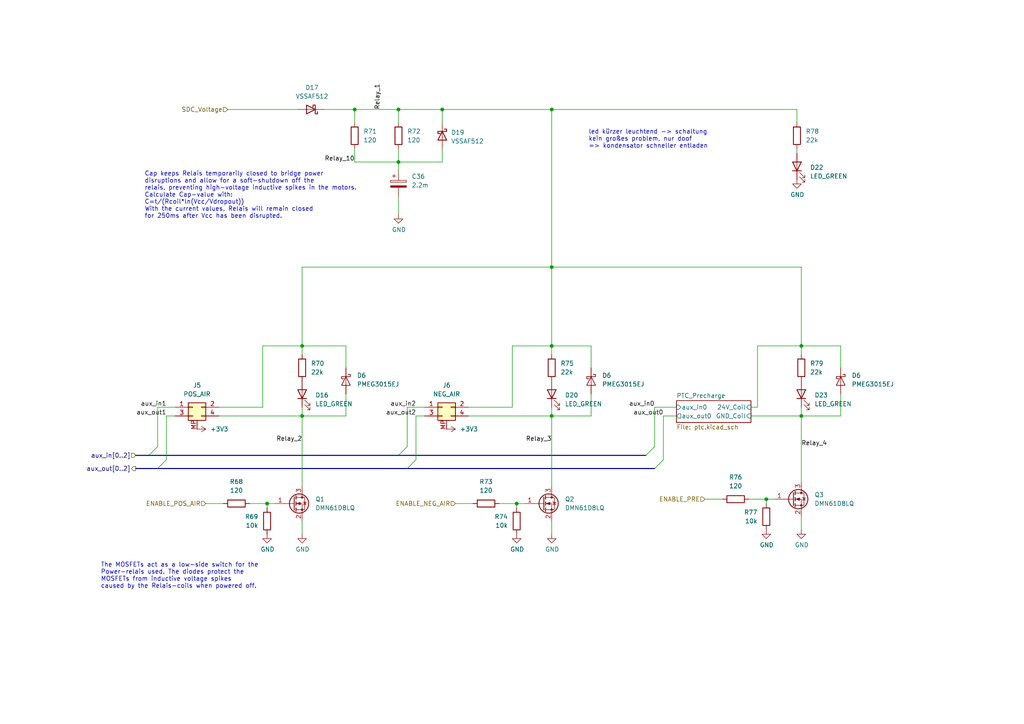
<source format=kicad_sch>
(kicad_sch
	(version 20231120)
	(generator "eeschema")
	(generator_version "8.0")
	(uuid "32d82cdb-bdba-4790-95cd-2bf9f903ff18")
	(paper "A4")
	(lib_symbols
		(symbol "Device:C_Polarized"
			(pin_numbers hide)
			(pin_names
				(offset 0.254)
			)
			(exclude_from_sim no)
			(in_bom yes)
			(on_board yes)
			(property "Reference" "C"
				(at 0.635 2.54 0)
				(effects
					(font
						(size 1.27 1.27)
					)
					(justify left)
				)
			)
			(property "Value" "C_Polarized"
				(at 0.635 -2.54 0)
				(effects
					(font
						(size 1.27 1.27)
					)
					(justify left)
				)
			)
			(property "Footprint" ""
				(at 0.9652 -3.81 0)
				(effects
					(font
						(size 1.27 1.27)
					)
					(hide yes)
				)
			)
			(property "Datasheet" "~"
				(at 0 0 0)
				(effects
					(font
						(size 1.27 1.27)
					)
					(hide yes)
				)
			)
			(property "Description" "Polarized capacitor"
				(at 0 0 0)
				(effects
					(font
						(size 1.27 1.27)
					)
					(hide yes)
				)
			)
			(property "ki_keywords" "cap capacitor"
				(at 0 0 0)
				(effects
					(font
						(size 1.27 1.27)
					)
					(hide yes)
				)
			)
			(property "ki_fp_filters" "CP_*"
				(at 0 0 0)
				(effects
					(font
						(size 1.27 1.27)
					)
					(hide yes)
				)
			)
			(symbol "C_Polarized_0_1"
				(rectangle
					(start -2.286 0.508)
					(end 2.286 1.016)
					(stroke
						(width 0)
						(type default)
					)
					(fill
						(type none)
					)
				)
				(polyline
					(pts
						(xy -1.778 2.286) (xy -0.762 2.286)
					)
					(stroke
						(width 0)
						(type default)
					)
					(fill
						(type none)
					)
				)
				(polyline
					(pts
						(xy -1.27 2.794) (xy -1.27 1.778)
					)
					(stroke
						(width 0)
						(type default)
					)
					(fill
						(type none)
					)
				)
				(rectangle
					(start 2.286 -0.508)
					(end -2.286 -1.016)
					(stroke
						(width 0)
						(type default)
					)
					(fill
						(type outline)
					)
				)
			)
			(symbol "C_Polarized_1_1"
				(pin passive line
					(at 0 3.81 270)
					(length 2.794)
					(name "~"
						(effects
							(font
								(size 1.27 1.27)
							)
						)
					)
					(number "1"
						(effects
							(font
								(size 1.27 1.27)
							)
						)
					)
				)
				(pin passive line
					(at 0 -3.81 90)
					(length 2.794)
					(name "~"
						(effects
							(font
								(size 1.27 1.27)
							)
						)
					)
					(number "2"
						(effects
							(font
								(size 1.27 1.27)
							)
						)
					)
				)
			)
		)
		(symbol "Device:LED"
			(pin_numbers hide)
			(pin_names
				(offset 1.016) hide)
			(exclude_from_sim no)
			(in_bom yes)
			(on_board yes)
			(property "Reference" "D"
				(at 0 2.54 0)
				(effects
					(font
						(size 1.27 1.27)
					)
				)
			)
			(property "Value" "LED"
				(at 0 -2.54 0)
				(effects
					(font
						(size 1.27 1.27)
					)
				)
			)
			(property "Footprint" ""
				(at 0 0 0)
				(effects
					(font
						(size 1.27 1.27)
					)
					(hide yes)
				)
			)
			(property "Datasheet" "~"
				(at 0 0 0)
				(effects
					(font
						(size 1.27 1.27)
					)
					(hide yes)
				)
			)
			(property "Description" "Light emitting diode"
				(at 0 0 0)
				(effects
					(font
						(size 1.27 1.27)
					)
					(hide yes)
				)
			)
			(property "ki_keywords" "LED diode"
				(at 0 0 0)
				(effects
					(font
						(size 1.27 1.27)
					)
					(hide yes)
				)
			)
			(property "ki_fp_filters" "LED* LED_SMD:* LED_THT:*"
				(at 0 0 0)
				(effects
					(font
						(size 1.27 1.27)
					)
					(hide yes)
				)
			)
			(symbol "LED_0_1"
				(polyline
					(pts
						(xy -1.27 -1.27) (xy -1.27 1.27)
					)
					(stroke
						(width 0.254)
						(type default)
					)
					(fill
						(type none)
					)
				)
				(polyline
					(pts
						(xy -1.27 0) (xy 1.27 0)
					)
					(stroke
						(width 0)
						(type default)
					)
					(fill
						(type none)
					)
				)
				(polyline
					(pts
						(xy 1.27 -1.27) (xy 1.27 1.27) (xy -1.27 0) (xy 1.27 -1.27)
					)
					(stroke
						(width 0.254)
						(type default)
					)
					(fill
						(type none)
					)
				)
				(polyline
					(pts
						(xy -3.048 -0.762) (xy -4.572 -2.286) (xy -3.81 -2.286) (xy -4.572 -2.286) (xy -4.572 -1.524)
					)
					(stroke
						(width 0)
						(type default)
					)
					(fill
						(type none)
					)
				)
				(polyline
					(pts
						(xy -1.778 -0.762) (xy -3.302 -2.286) (xy -2.54 -2.286) (xy -3.302 -2.286) (xy -3.302 -1.524)
					)
					(stroke
						(width 0)
						(type default)
					)
					(fill
						(type none)
					)
				)
			)
			(symbol "LED_1_1"
				(pin passive line
					(at -3.81 0 0)
					(length 2.54)
					(name "K"
						(effects
							(font
								(size 1.27 1.27)
							)
						)
					)
					(number "1"
						(effects
							(font
								(size 1.27 1.27)
							)
						)
					)
				)
				(pin passive line
					(at 3.81 0 180)
					(length 2.54)
					(name "A"
						(effects
							(font
								(size 1.27 1.27)
							)
						)
					)
					(number "2"
						(effects
							(font
								(size 1.27 1.27)
							)
						)
					)
				)
			)
		)
		(symbol "Device:R"
			(pin_numbers hide)
			(pin_names
				(offset 0)
			)
			(exclude_from_sim no)
			(in_bom yes)
			(on_board yes)
			(property "Reference" "R"
				(at 2.032 0 90)
				(effects
					(font
						(size 1.27 1.27)
					)
				)
			)
			(property "Value" "R"
				(at 0 0 90)
				(effects
					(font
						(size 1.27 1.27)
					)
				)
			)
			(property "Footprint" ""
				(at -1.778 0 90)
				(effects
					(font
						(size 1.27 1.27)
					)
					(hide yes)
				)
			)
			(property "Datasheet" "~"
				(at 0 0 0)
				(effects
					(font
						(size 1.27 1.27)
					)
					(hide yes)
				)
			)
			(property "Description" "Resistor"
				(at 0 0 0)
				(effects
					(font
						(size 1.27 1.27)
					)
					(hide yes)
				)
			)
			(property "ki_keywords" "R res resistor"
				(at 0 0 0)
				(effects
					(font
						(size 1.27 1.27)
					)
					(hide yes)
				)
			)
			(property "ki_fp_filters" "R_*"
				(at 0 0 0)
				(effects
					(font
						(size 1.27 1.27)
					)
					(hide yes)
				)
			)
			(symbol "R_0_1"
				(rectangle
					(start -1.016 -2.54)
					(end 1.016 2.54)
					(stroke
						(width 0.254)
						(type default)
					)
					(fill
						(type none)
					)
				)
			)
			(symbol "R_1_1"
				(pin passive line
					(at 0 3.81 270)
					(length 1.27)
					(name "~"
						(effects
							(font
								(size 1.27 1.27)
							)
						)
					)
					(number "1"
						(effects
							(font
								(size 1.27 1.27)
							)
						)
					)
				)
				(pin passive line
					(at 0 -3.81 90)
					(length 1.27)
					(name "~"
						(effects
							(font
								(size 1.27 1.27)
							)
						)
					)
					(number "2"
						(effects
							(font
								(size 1.27 1.27)
							)
						)
					)
				)
			)
		)
		(symbol "Diode:PMEG3015EJ"
			(pin_numbers hide)
			(pin_names hide)
			(exclude_from_sim no)
			(in_bom yes)
			(on_board yes)
			(property "Reference" "D"
				(at 0 2.54 0)
				(effects
					(font
						(size 1.27 1.27)
					)
				)
			)
			(property "Value" "PMEG3015EJ"
				(at 0 -2.54 0)
				(effects
					(font
						(size 1.27 1.27)
					)
				)
			)
			(property "Footprint" "Diode_SMD:D_SOD-323F"
				(at 0 -4.445 0)
				(effects
					(font
						(size 1.27 1.27)
					)
					(hide yes)
				)
			)
			(property "Datasheet" "https://assets.nexperia.com/documents/data-sheet/PMEG3015EH_EJ.pdf"
				(at 0 0 0)
				(effects
					(font
						(size 1.27 1.27)
					)
					(hide yes)
				)
			)
			(property "Description" "30V, 1.5A ultra low Vf MEGA Schottky barrier rectifier, SOD-323F"
				(at 0 0 0)
				(effects
					(font
						(size 1.27 1.27)
					)
					(hide yes)
				)
			)
			(property "ki_keywords" "forward voltage diode"
				(at 0 0 0)
				(effects
					(font
						(size 1.27 1.27)
					)
					(hide yes)
				)
			)
			(property "ki_fp_filters" "D*SOD?323F*"
				(at 0 0 0)
				(effects
					(font
						(size 1.27 1.27)
					)
					(hide yes)
				)
			)
			(symbol "PMEG3015EJ_0_1"
				(polyline
					(pts
						(xy 1.27 0) (xy -1.27 0)
					)
					(stroke
						(width 0)
						(type default)
					)
					(fill
						(type none)
					)
				)
				(polyline
					(pts
						(xy 1.27 1.27) (xy 1.27 -1.27) (xy -1.27 0) (xy 1.27 1.27)
					)
					(stroke
						(width 0.2032)
						(type default)
					)
					(fill
						(type none)
					)
				)
				(polyline
					(pts
						(xy -1.905 0.635) (xy -1.905 1.27) (xy -1.27 1.27) (xy -1.27 -1.27) (xy -0.635 -1.27) (xy -0.635 -0.635)
					)
					(stroke
						(width 0.2032)
						(type default)
					)
					(fill
						(type none)
					)
				)
			)
			(symbol "PMEG3015EJ_1_1"
				(pin passive line
					(at -3.81 0 0)
					(length 2.54)
					(name "K"
						(effects
							(font
								(size 1.27 1.27)
							)
						)
					)
					(number "1"
						(effects
							(font
								(size 1.27 1.27)
							)
						)
					)
				)
				(pin passive line
					(at 3.81 0 180)
					(length 2.54)
					(name "A"
						(effects
							(font
								(size 1.27 1.27)
							)
						)
					)
					(number "2"
						(effects
							(font
								(size 1.27 1.27)
							)
						)
					)
				)
			)
		)
		(symbol "Master:MMNL_2x2p_vertical"
			(pin_names
				(offset 1.016) hide)
			(exclude_from_sim no)
			(in_bom yes)
			(on_board yes)
			(property "Reference" "J"
				(at 1.27 2.54 0)
				(effects
					(font
						(size 1.27 1.27)
					)
				)
			)
			(property "Value" "MMNL_2x2p_vertical"
				(at 1.27 -5.08 0)
				(effects
					(font
						(size 1.27 1.27)
					)
				)
			)
			(property "Footprint" "FaSTTUBe_connectors:Micro_Mate-N-Lok_2x2p_vertical"
				(at 2.54 -7.112 0)
				(effects
					(font
						(size 1.27 1.27)
					)
					(hide yes)
				)
			)
			(property "Datasheet" "~"
				(at 0 0 0)
				(effects
					(font
						(size 1.27 1.27)
					)
					(hide yes)
				)
			)
			(property "Description" "Generic connector, double row, 02x02, odd/even pin numbering scheme (row 1 odd numbers, row 2 even numbers), script generated (kicad-library-utils/schlib/autogen/connector/)"
				(at 2.032 -9.398 0)
				(effects
					(font
						(size 1.27 1.27)
					)
					(hide yes)
				)
			)
			(property "ki_keywords" "connector"
				(at 0 0 0)
				(effects
					(font
						(size 1.27 1.27)
					)
					(hide yes)
				)
			)
			(property "ki_fp_filters" "Connector*:*_2x??_*"
				(at 0 0 0)
				(effects
					(font
						(size 1.27 1.27)
					)
					(hide yes)
				)
			)
			(symbol "MMNL_2x2p_vertical_1_1"
				(rectangle
					(start -1.27 -2.413)
					(end 0 -2.667)
					(stroke
						(width 0.1524)
						(type default)
					)
					(fill
						(type none)
					)
				)
				(rectangle
					(start -1.27 0.127)
					(end 0 -0.127)
					(stroke
						(width 0.1524)
						(type default)
					)
					(fill
						(type none)
					)
				)
				(rectangle
					(start -1.27 1.27)
					(end 3.81 -3.81)
					(stroke
						(width 0.254)
						(type default)
					)
					(fill
						(type background)
					)
				)
				(rectangle
					(start 3.81 -2.413)
					(end 2.54 -2.667)
					(stroke
						(width 0.1524)
						(type default)
					)
					(fill
						(type none)
					)
				)
				(rectangle
					(start 3.81 0.127)
					(end 2.54 -0.127)
					(stroke
						(width 0.1524)
						(type default)
					)
					(fill
						(type none)
					)
				)
				(pin passive line
					(at -5.08 0 0)
					(length 3.81)
					(name "Pin_1"
						(effects
							(font
								(size 1.27 1.27)
							)
						)
					)
					(number "1"
						(effects
							(font
								(size 1.27 1.27)
							)
						)
					)
				)
				(pin passive line
					(at 7.62 0 180)
					(length 3.81)
					(name "Pin_2"
						(effects
							(font
								(size 1.27 1.27)
							)
						)
					)
					(number "2"
						(effects
							(font
								(size 1.27 1.27)
							)
						)
					)
				)
				(pin passive line
					(at -5.08 -2.54 0)
					(length 3.81)
					(name "Pin_3"
						(effects
							(font
								(size 1.27 1.27)
							)
						)
					)
					(number "3"
						(effects
							(font
								(size 1.27 1.27)
							)
						)
					)
				)
				(pin passive line
					(at 7.62 -2.54 180)
					(length 3.81)
					(name "Pin_4"
						(effects
							(font
								(size 1.27 1.27)
							)
						)
					)
					(number "4"
						(effects
							(font
								(size 1.27 1.27)
							)
						)
					)
				)
				(pin passive line
					(at 1.27 -6.35 90)
					(length 2.54)
					(name ""
						(effects
							(font
								(size 1.27 1.27)
							)
						)
					)
					(number "MP"
						(effects
							(font
								(size 1.27 1.27)
							)
						)
					)
				)
			)
		)
		(symbol "Master:VSSAF512"
			(pin_numbers hide)
			(pin_names
				(offset 1.016) hide)
			(exclude_from_sim no)
			(in_bom yes)
			(on_board yes)
			(property "Reference" "D"
				(at 0 2.54 0)
				(effects
					(font
						(size 1.27 1.27)
					)
				)
			)
			(property "Value" "VSSAF512"
				(at 0 -2.54 0)
				(effects
					(font
						(size 1.27 1.27)
					)
				)
			)
			(property "Footprint" "Diode_SMD:D_SMA"
				(at 0 0 0)
				(effects
					(font
						(size 1.27 1.27)
					)
					(hide yes)
				)
			)
			(property "Datasheet" "~"
				(at 0 0 0)
				(effects
					(font
						(size 1.27 1.27)
					)
					(hide yes)
				)
			)
			(property "Description" "Schottky diode 100V, 5A"
				(at 0 0 0)
				(effects
					(font
						(size 1.27 1.27)
					)
					(hide yes)
				)
			)
			(property "ki_keywords" "diode Schottky"
				(at 0 0 0)
				(effects
					(font
						(size 1.27 1.27)
					)
					(hide yes)
				)
			)
			(property "ki_fp_filters" "TO-???* *_Diode_* *SingleDiode* D_*"
				(at 0 0 0)
				(effects
					(font
						(size 1.27 1.27)
					)
					(hide yes)
				)
			)
			(symbol "VSSAF512_0_1"
				(polyline
					(pts
						(xy 1.27 0) (xy -1.27 0)
					)
					(stroke
						(width 0)
						(type default)
					)
					(fill
						(type none)
					)
				)
				(polyline
					(pts
						(xy 1.27 1.27) (xy 1.27 -1.27) (xy -1.27 0) (xy 1.27 1.27)
					)
					(stroke
						(width 0.254)
						(type default)
					)
					(fill
						(type none)
					)
				)
				(polyline
					(pts
						(xy -1.905 0.635) (xy -1.905 1.27) (xy -1.27 1.27) (xy -1.27 -1.27) (xy -0.635 -1.27) (xy -0.635 -0.635)
					)
					(stroke
						(width 0.254)
						(type default)
					)
					(fill
						(type none)
					)
				)
			)
			(symbol "VSSAF512_1_1"
				(pin passive line
					(at -3.81 0 0)
					(length 2.54)
					(name "K"
						(effects
							(font
								(size 1.27 1.27)
							)
						)
					)
					(number "1"
						(effects
							(font
								(size 1.27 1.27)
							)
						)
					)
				)
				(pin passive line
					(at 3.81 0 180)
					(length 2.54)
					(name "A"
						(effects
							(font
								(size 1.27 1.27)
							)
						)
					)
					(number "2"
						(effects
							(font
								(size 1.27 1.27)
							)
						)
					)
				)
			)
		)
		(symbol "Transistor_FET:DMN61D8LQ"
			(pin_names hide)
			(exclude_from_sim no)
			(in_bom yes)
			(on_board yes)
			(property "Reference" "Q"
				(at 5.08 1.905 0)
				(effects
					(font
						(size 1.27 1.27)
					)
					(justify left)
				)
			)
			(property "Value" "DMN61D8LQ"
				(at 5.08 0 0)
				(effects
					(font
						(size 1.27 1.27)
					)
					(justify left)
				)
			)
			(property "Footprint" "Package_TO_SOT_SMD:SOT-23"
				(at 5.08 -1.905 0)
				(effects
					(font
						(size 1.27 1.27)
						(italic yes)
					)
					(justify left)
					(hide yes)
				)
			)
			(property "Datasheet" "https://www.diodes.com/assets/Datasheets/DMN61D8LQ.pdf"
				(at 5.08 -3.81 0)
				(effects
					(font
						(size 1.27 1.27)
					)
					(justify left)
					(hide yes)
				)
			)
			(property "Description" "60V Vds, 0.470A Id, N-Channel MOSFET for switching inductive loads , SOT-23"
				(at 0 0 0)
				(effects
					(font
						(size 1.27 1.27)
					)
					(hide yes)
				)
			)
			(property "ki_keywords" "N-Channel MOSFET relay logic-level"
				(at 0 0 0)
				(effects
					(font
						(size 1.27 1.27)
					)
					(hide yes)
				)
			)
			(property "ki_fp_filters" "SOT?23*"
				(at 0 0 0)
				(effects
					(font
						(size 1.27 1.27)
					)
					(hide yes)
				)
			)
			(symbol "DMN61D8LQ_0_1"
				(polyline
					(pts
						(xy 0.254 0) (xy -2.54 0)
					)
					(stroke
						(width 0)
						(type default)
					)
					(fill
						(type none)
					)
				)
				(polyline
					(pts
						(xy 0.254 1.905) (xy 0.254 -1.905)
					)
					(stroke
						(width 0.254)
						(type default)
					)
					(fill
						(type none)
					)
				)
				(polyline
					(pts
						(xy 0.762 -1.27) (xy 0.762 -2.286)
					)
					(stroke
						(width 0.254)
						(type default)
					)
					(fill
						(type none)
					)
				)
				(polyline
					(pts
						(xy 0.762 0.508) (xy 0.762 -0.508)
					)
					(stroke
						(width 0.254)
						(type default)
					)
					(fill
						(type none)
					)
				)
				(polyline
					(pts
						(xy 0.762 2.286) (xy 0.762 1.27)
					)
					(stroke
						(width 0.254)
						(type default)
					)
					(fill
						(type none)
					)
				)
				(polyline
					(pts
						(xy 2.54 2.54) (xy 2.54 1.778)
					)
					(stroke
						(width 0)
						(type default)
					)
					(fill
						(type none)
					)
				)
				(polyline
					(pts
						(xy 2.54 -2.54) (xy 2.54 0) (xy 0.762 0)
					)
					(stroke
						(width 0)
						(type default)
					)
					(fill
						(type none)
					)
				)
				(polyline
					(pts
						(xy 0.762 -1.778) (xy 3.302 -1.778) (xy 3.302 1.778) (xy 0.762 1.778)
					)
					(stroke
						(width 0)
						(type default)
					)
					(fill
						(type none)
					)
				)
				(polyline
					(pts
						(xy 1.016 0) (xy 2.032 0.381) (xy 2.032 -0.381) (xy 1.016 0)
					)
					(stroke
						(width 0)
						(type default)
					)
					(fill
						(type outline)
					)
				)
				(polyline
					(pts
						(xy 2.794 0.508) (xy 2.921 0.381) (xy 3.683 0.381) (xy 3.81 0.254)
					)
					(stroke
						(width 0)
						(type default)
					)
					(fill
						(type none)
					)
				)
				(polyline
					(pts
						(xy 3.302 0.381) (xy 2.921 -0.254) (xy 3.683 -0.254) (xy 3.302 0.381)
					)
					(stroke
						(width 0)
						(type default)
					)
					(fill
						(type none)
					)
				)
				(circle
					(center 1.651 0)
					(radius 2.794)
					(stroke
						(width 0.254)
						(type default)
					)
					(fill
						(type none)
					)
				)
				(circle
					(center 2.54 -1.778)
					(radius 0.254)
					(stroke
						(width 0)
						(type default)
					)
					(fill
						(type outline)
					)
				)
				(circle
					(center 2.54 1.778)
					(radius 0.254)
					(stroke
						(width 0)
						(type default)
					)
					(fill
						(type outline)
					)
				)
			)
			(symbol "DMN61D8LQ_1_1"
				(pin input line
					(at -5.08 0 0)
					(length 2.54)
					(name "G"
						(effects
							(font
								(size 1.27 1.27)
							)
						)
					)
					(number "1"
						(effects
							(font
								(size 1.27 1.27)
							)
						)
					)
				)
				(pin passive line
					(at 2.54 -5.08 90)
					(length 2.54)
					(name "S"
						(effects
							(font
								(size 1.27 1.27)
							)
						)
					)
					(number "2"
						(effects
							(font
								(size 1.27 1.27)
							)
						)
					)
				)
				(pin passive line
					(at 2.54 5.08 270)
					(length 2.54)
					(name "D"
						(effects
							(font
								(size 1.27 1.27)
							)
						)
					)
					(number "3"
						(effects
							(font
								(size 1.27 1.27)
							)
						)
					)
				)
			)
		)
		(symbol "power:+3V3"
			(power)
			(pin_numbers hide)
			(pin_names
				(offset 0) hide)
			(exclude_from_sim no)
			(in_bom yes)
			(on_board yes)
			(property "Reference" "#PWR"
				(at 0 -3.81 0)
				(effects
					(font
						(size 1.27 1.27)
					)
					(hide yes)
				)
			)
			(property "Value" "+3V3"
				(at 0 3.556 0)
				(effects
					(font
						(size 1.27 1.27)
					)
				)
			)
			(property "Footprint" ""
				(at 0 0 0)
				(effects
					(font
						(size 1.27 1.27)
					)
					(hide yes)
				)
			)
			(property "Datasheet" ""
				(at 0 0 0)
				(effects
					(font
						(size 1.27 1.27)
					)
					(hide yes)
				)
			)
			(property "Description" "Power symbol creates a global label with name \"+3V3\""
				(at 0 0 0)
				(effects
					(font
						(size 1.27 1.27)
					)
					(hide yes)
				)
			)
			(property "ki_keywords" "global power"
				(at 0 0 0)
				(effects
					(font
						(size 1.27 1.27)
					)
					(hide yes)
				)
			)
			(symbol "+3V3_0_1"
				(polyline
					(pts
						(xy -0.762 1.27) (xy 0 2.54)
					)
					(stroke
						(width 0)
						(type default)
					)
					(fill
						(type none)
					)
				)
				(polyline
					(pts
						(xy 0 0) (xy 0 2.54)
					)
					(stroke
						(width 0)
						(type default)
					)
					(fill
						(type none)
					)
				)
				(polyline
					(pts
						(xy 0 2.54) (xy 0.762 1.27)
					)
					(stroke
						(width 0)
						(type default)
					)
					(fill
						(type none)
					)
				)
			)
			(symbol "+3V3_1_1"
				(pin power_in line
					(at 0 0 90)
					(length 0)
					(name "~"
						(effects
							(font
								(size 1.27 1.27)
							)
						)
					)
					(number "1"
						(effects
							(font
								(size 1.27 1.27)
							)
						)
					)
				)
			)
		)
		(symbol "power:GND"
			(power)
			(pin_numbers hide)
			(pin_names
				(offset 0) hide)
			(exclude_from_sim no)
			(in_bom yes)
			(on_board yes)
			(property "Reference" "#PWR"
				(at 0 -6.35 0)
				(effects
					(font
						(size 1.27 1.27)
					)
					(hide yes)
				)
			)
			(property "Value" "GND"
				(at 0 -3.81 0)
				(effects
					(font
						(size 1.27 1.27)
					)
				)
			)
			(property "Footprint" ""
				(at 0 0 0)
				(effects
					(font
						(size 1.27 1.27)
					)
					(hide yes)
				)
			)
			(property "Datasheet" ""
				(at 0 0 0)
				(effects
					(font
						(size 1.27 1.27)
					)
					(hide yes)
				)
			)
			(property "Description" "Power symbol creates a global label with name \"GND\" , ground"
				(at 0 0 0)
				(effects
					(font
						(size 1.27 1.27)
					)
					(hide yes)
				)
			)
			(property "ki_keywords" "global power"
				(at 0 0 0)
				(effects
					(font
						(size 1.27 1.27)
					)
					(hide yes)
				)
			)
			(symbol "GND_0_1"
				(polyline
					(pts
						(xy 0 0) (xy 0 -1.27) (xy 1.27 -1.27) (xy 0 -2.54) (xy -1.27 -1.27) (xy 0 -1.27)
					)
					(stroke
						(width 0)
						(type default)
					)
					(fill
						(type none)
					)
				)
			)
			(symbol "GND_1_1"
				(pin power_in line
					(at 0 0 270)
					(length 0)
					(name "~"
						(effects
							(font
								(size 1.27 1.27)
							)
						)
					)
					(number "1"
						(effects
							(font
								(size 1.27 1.27)
							)
						)
					)
				)
			)
		)
	)
	(junction
		(at 160.02 31.75)
		(diameter 0)
		(color 0 0 0 0)
		(uuid "2396d75c-7af6-4383-a29e-72c6664addc7")
	)
	(junction
		(at 160.02 77.47)
		(diameter 0)
		(color 0 0 0 0)
		(uuid "2b9937fd-8ffc-4d6b-a39a-112109ba0ffe")
	)
	(junction
		(at 160.02 120.65)
		(diameter 0)
		(color 0 0 0 0)
		(uuid "36b27a92-463b-450f-8047-9961d0553a2f")
	)
	(junction
		(at 115.57 31.75)
		(diameter 0)
		(color 0 0 0 0)
		(uuid "497e0588-d556-49c9-8d31-0a5b62dcd00a")
	)
	(junction
		(at 232.41 120.65)
		(diameter 0)
		(color 0 0 0 0)
		(uuid "5293fe65-c5c2-4464-b5ae-2e59f5d2c6b2")
	)
	(junction
		(at 102.87 31.75)
		(diameter 0)
		(color 0 0 0 0)
		(uuid "73c3f259-1ea2-4d09-8a26-918abdd90e0d")
	)
	(junction
		(at 128.27 31.75)
		(diameter 0)
		(color 0 0 0 0)
		(uuid "7b7ed203-cb23-404b-84a3-2a1d96221b34")
	)
	(junction
		(at 222.25 144.78)
		(diameter 0)
		(color 0 0 0 0)
		(uuid "7be64c02-8281-4423-8af6-7cbf7efc375a")
	)
	(junction
		(at 115.57 46.99)
		(diameter 0)
		(color 0 0 0 0)
		(uuid "80a87765-60f4-464b-aa67-36e1dc355fbe")
	)
	(junction
		(at 232.41 100.33)
		(diameter 0)
		(color 0 0 0 0)
		(uuid "a4a2eb64-0da9-4514-bc01-40bbaf333582")
	)
	(junction
		(at 149.86 146.05)
		(diameter 0)
		(color 0 0 0 0)
		(uuid "a72e527d-159a-45d5-b793-a05e93569363")
	)
	(junction
		(at 87.63 120.65)
		(diameter 0)
		(color 0 0 0 0)
		(uuid "c4fcb4c7-4c96-4909-828b-524835765a91")
	)
	(junction
		(at 160.02 100.33)
		(diameter 0)
		(color 0 0 0 0)
		(uuid "d18d76fc-4e87-43d9-a731-190bd30fe8aa")
	)
	(junction
		(at 77.47 146.05)
		(diameter 0)
		(color 0 0 0 0)
		(uuid "d4e70c42-6907-4b45-9c34-ac9a976d72ae")
	)
	(junction
		(at 87.63 100.33)
		(diameter 0)
		(color 0 0 0 0)
		(uuid "da2a759e-2e69-4366-bbc7-dad66bae597c")
	)
	(bus_entry
		(at 118.11 135.89)
		(size 2.54 -2.54)
		(stroke
			(width 0)
			(type default)
		)
		(uuid "09d87619-0dfa-4630-9f81-1be20c5c2ee2")
	)
	(bus_entry
		(at 115.57 132.08)
		(size 2.54 -2.54)
		(stroke
			(width 0)
			(type default)
		)
		(uuid "09d87619-0dfa-4630-9f81-1be20c5c2ee3")
	)
	(bus_entry
		(at 187.325 132.08)
		(size 2.54 -2.54)
		(stroke
			(width 0)
			(type default)
		)
		(uuid "09d87619-0dfa-4630-9f81-1be20c5c2ee4")
	)
	(bus_entry
		(at 189.865 135.89)
		(size 2.54 -2.54)
		(stroke
			(width 0)
			(type default)
		)
		(uuid "09d87619-0dfa-4630-9f81-1be20c5c2ee6")
	)
	(bus_entry
		(at 45.72 135.89)
		(size 2.54 -2.54)
		(stroke
			(width 0)
			(type default)
		)
		(uuid "26b8e366-1305-4942-9a46-e6c1399b28d0")
	)
	(bus_entry
		(at 43.18 132.08)
		(size 2.54 -2.54)
		(stroke
			(width 0)
			(type default)
		)
		(uuid "75628773-df92-4878-894d-4c0a72707ef0")
	)
	(wire
		(pts
			(xy 160.02 118.11) (xy 160.02 120.65)
		)
		(stroke
			(width 0)
			(type default)
		)
		(uuid "03217cc5-7c17-408d-b0b3-f5b0d913206b")
	)
	(wire
		(pts
			(xy 232.41 149.86) (xy 232.41 153.67)
		)
		(stroke
			(width 0)
			(type default)
		)
		(uuid "03b97eb4-456f-42b1-bb29-931644be215a")
	)
	(wire
		(pts
			(xy 118.11 118.11) (xy 123.19 118.11)
		)
		(stroke
			(width 0)
			(type default)
		)
		(uuid "09abe531-cb73-4ba0-9daa-25c1e61d07c7")
	)
	(wire
		(pts
			(xy 72.39 146.05) (xy 77.47 146.05)
		)
		(stroke
			(width 0)
			(type default)
		)
		(uuid "0b23b76e-95eb-4a29-b6a5-227a5ccf5b83")
	)
	(wire
		(pts
			(xy 148.59 118.11) (xy 148.59 100.33)
		)
		(stroke
			(width 0)
			(type default)
		)
		(uuid "0c7509d0-eecb-448c-8f74-1f81099a4d2d")
	)
	(wire
		(pts
			(xy 87.63 120.65) (xy 87.63 118.11)
		)
		(stroke
			(width 0)
			(type default)
		)
		(uuid "127f7441-259e-4d1a-a60b-f371bf853557")
	)
	(wire
		(pts
			(xy 118.11 129.54) (xy 118.11 118.11)
		)
		(stroke
			(width 0)
			(type default)
		)
		(uuid "12b4ae8f-5b0a-47d6-b975-a21da12ba7bb")
	)
	(wire
		(pts
			(xy 87.63 154.94) (xy 87.63 151.13)
		)
		(stroke
			(width 0)
			(type default)
		)
		(uuid "12c8ab01-416b-4005-ac9c-23c8586c2228")
	)
	(wire
		(pts
			(xy 204.47 144.78) (xy 209.55 144.78)
		)
		(stroke
			(width 0)
			(type default)
		)
		(uuid "149bd9e6-c7e4-47ce-b5a7-93cfcfa90c65")
	)
	(wire
		(pts
			(xy 222.25 144.78) (xy 224.79 144.78)
		)
		(stroke
			(width 0)
			(type default)
		)
		(uuid "1a09c4a0-bb28-434c-b329-7453da7f2877")
	)
	(wire
		(pts
			(xy 59.69 146.05) (xy 64.77 146.05)
		)
		(stroke
			(width 0)
			(type default)
		)
		(uuid "1f020d0c-02a5-4255-bd6f-353ae58c5660")
	)
	(wire
		(pts
			(xy 128.27 31.75) (xy 160.02 31.75)
		)
		(stroke
			(width 0)
			(type default)
		)
		(uuid "1ff1969d-f5c0-4afb-88ae-83dbdb437154")
	)
	(wire
		(pts
			(xy 232.41 77.47) (xy 232.41 100.33)
		)
		(stroke
			(width 0)
			(type default)
		)
		(uuid "20005d0c-0701-4c17-a231-dfabe6ed1357")
	)
	(wire
		(pts
			(xy 148.59 100.33) (xy 160.02 100.33)
		)
		(stroke
			(width 0)
			(type default)
		)
		(uuid "20133619-e2d1-416f-8ed4-7b3a82c2903f")
	)
	(wire
		(pts
			(xy 171.45 114.3) (xy 171.45 120.65)
		)
		(stroke
			(width 0)
			(type default)
		)
		(uuid "265446cc-6421-4e32-b08a-304ca7bc73eb")
	)
	(wire
		(pts
			(xy 135.89 118.11) (xy 148.59 118.11)
		)
		(stroke
			(width 0)
			(type default)
		)
		(uuid "27bd3756-9b33-48e6-b77f-783edd0d3fd6")
	)
	(wire
		(pts
			(xy 120.65 120.65) (xy 123.19 120.65)
		)
		(stroke
			(width 0)
			(type default)
		)
		(uuid "28e635a0-54ce-4645-9f86-63d325423d97")
	)
	(wire
		(pts
			(xy 87.63 77.47) (xy 160.02 77.47)
		)
		(stroke
			(width 0)
			(type default)
		)
		(uuid "2a43b925-a2eb-4c5e-87d8-14e41d90fedc")
	)
	(wire
		(pts
			(xy 160.02 120.65) (xy 160.02 140.97)
		)
		(stroke
			(width 0)
			(type default)
		)
		(uuid "2b761a4a-a828-40b6-a826-27b0eb14e299")
	)
	(wire
		(pts
			(xy 115.57 46.99) (xy 115.57 49.53)
		)
		(stroke
			(width 0)
			(type default)
		)
		(uuid "2d3f4f07-e8b4-4920-9802-b530448eef80")
	)
	(wire
		(pts
			(xy 189.865 118.11) (xy 196.215 118.11)
		)
		(stroke
			(width 0)
			(type default)
		)
		(uuid "2d924240-ea3d-41dd-a1d4-f9cf0b402585")
	)
	(wire
		(pts
			(xy 160.02 100.33) (xy 171.45 100.33)
		)
		(stroke
			(width 0)
			(type default)
		)
		(uuid "2eb7aa78-dcc6-4f22-ab9b-3683f845bb6d")
	)
	(wire
		(pts
			(xy 120.65 120.65) (xy 120.65 133.35)
		)
		(stroke
			(width 0)
			(type default)
		)
		(uuid "32347072-f03f-44e8-a510-4337a4953e0a")
	)
	(wire
		(pts
			(xy 87.63 77.47) (xy 87.63 100.33)
		)
		(stroke
			(width 0)
			(type default)
		)
		(uuid "33c95270-64ff-470a-acc7-723b6890da08")
	)
	(bus
		(pts
			(xy 39.37 135.89) (xy 45.72 135.89)
		)
		(stroke
			(width 0)
			(type default)
		)
		(uuid "35919ee0-1776-4e33-85c8-8a7ad0d46e3d")
	)
	(wire
		(pts
			(xy 102.87 31.75) (xy 115.57 31.75)
		)
		(stroke
			(width 0)
			(type default)
		)
		(uuid "390644aa-d62a-4c30-a5f3-997f4b17a98b")
	)
	(wire
		(pts
			(xy 63.5 120.65) (xy 87.63 120.65)
		)
		(stroke
			(width 0)
			(type default)
		)
		(uuid "3ad0e912-e8a2-4751-8d67-7663c9dcf394")
	)
	(wire
		(pts
			(xy 48.26 120.65) (xy 50.8 120.65)
		)
		(stroke
			(width 0)
			(type default)
		)
		(uuid "4018a125-c3f2-4efe-b96e-2e7dd8f98881")
	)
	(wire
		(pts
			(xy 217.805 120.65) (xy 232.41 120.65)
		)
		(stroke
			(width 0)
			(type default)
		)
		(uuid "408dc814-0ec5-4004-ae71-d217fc21e8ae")
	)
	(wire
		(pts
			(xy 160.02 100.33) (xy 160.02 102.87)
		)
		(stroke
			(width 0)
			(type default)
		)
		(uuid "4741fc9b-81ff-41ca-ac47-e2bce3a58957")
	)
	(wire
		(pts
			(xy 231.14 44.45) (xy 231.14 43.18)
		)
		(stroke
			(width 0)
			(type default)
		)
		(uuid "4acd02b2-ec73-42c6-9613-b28b43efdc98")
	)
	(wire
		(pts
			(xy 171.45 120.65) (xy 160.02 120.65)
		)
		(stroke
			(width 0)
			(type default)
		)
		(uuid "4b453b17-c215-4323-9a8f-50ba50e27635")
	)
	(wire
		(pts
			(xy 144.78 146.05) (xy 149.86 146.05)
		)
		(stroke
			(width 0)
			(type default)
		)
		(uuid "4c615de4-ee59-4bec-8c9a-d2882c078951")
	)
	(wire
		(pts
			(xy 149.86 146.05) (xy 152.4 146.05)
		)
		(stroke
			(width 0)
			(type default)
		)
		(uuid "50f4a179-b84f-4e58-a6c9-0c56e5051fa0")
	)
	(wire
		(pts
			(xy 77.47 146.05) (xy 80.01 146.05)
		)
		(stroke
			(width 0)
			(type default)
		)
		(uuid "5157c484-60ae-4065-a4c2-799bc4e17155")
	)
	(wire
		(pts
			(xy 115.57 43.18) (xy 115.57 46.99)
		)
		(stroke
			(width 0)
			(type default)
		)
		(uuid "51ad4d4f-905e-4a4f-b476-d094aa46835a")
	)
	(wire
		(pts
			(xy 102.87 46.99) (xy 115.57 46.99)
		)
		(stroke
			(width 0)
			(type default)
		)
		(uuid "5de5f109-c456-4ed8-b666-90431bdc4a56")
	)
	(wire
		(pts
			(xy 232.41 120.65) (xy 232.41 139.7)
		)
		(stroke
			(width 0)
			(type default)
		)
		(uuid "6419fa39-4ae2-485a-a5de-abbc411116c9")
	)
	(wire
		(pts
			(xy 192.405 120.65) (xy 192.405 133.35)
		)
		(stroke
			(width 0)
			(type default)
		)
		(uuid "6431610a-64af-440e-abf4-4ab31e88da7e")
	)
	(wire
		(pts
			(xy 115.57 57.15) (xy 115.57 62.23)
		)
		(stroke
			(width 0)
			(type default)
		)
		(uuid "66c977d0-eb57-4bda-bc6f-2dd6821eb110")
	)
	(wire
		(pts
			(xy 66.04 31.75) (xy 86.36 31.75)
		)
		(stroke
			(width 0)
			(type default)
		)
		(uuid "67dd958e-702f-428d-b892-93a1b8da92e1")
	)
	(wire
		(pts
			(xy 128.27 46.99) (xy 128.27 43.18)
		)
		(stroke
			(width 0)
			(type default)
		)
		(uuid "70df3315-57ac-4b2e-b4f1-980f7ad1964d")
	)
	(wire
		(pts
			(xy 76.2 100.33) (xy 87.63 100.33)
		)
		(stroke
			(width 0)
			(type default)
		)
		(uuid "7521d602-7712-4bec-9303-1e9a373e171c")
	)
	(wire
		(pts
			(xy 160.02 31.75) (xy 160.02 77.47)
		)
		(stroke
			(width 0)
			(type default)
		)
		(uuid "7ada87bd-2902-43d7-bba9-ab35ea835049")
	)
	(wire
		(pts
			(xy 135.89 120.65) (xy 160.02 120.65)
		)
		(stroke
			(width 0)
			(type default)
		)
		(uuid "7d14abbd-3219-4db2-9392-d59abd53fa87")
	)
	(wire
		(pts
			(xy 149.86 146.05) (xy 149.86 147.32)
		)
		(stroke
			(width 0)
			(type default)
		)
		(uuid "7d7ea5b6-730a-4489-88f9-0031acad737e")
	)
	(wire
		(pts
			(xy 45.72 118.11) (xy 50.8 118.11)
		)
		(stroke
			(width 0)
			(type default)
		)
		(uuid "7e947fb0-8c25-4dc3-b300-fe4d2909ca1a")
	)
	(wire
		(pts
			(xy 100.33 100.33) (xy 100.33 106.68)
		)
		(stroke
			(width 0)
			(type default)
		)
		(uuid "828021f6-2ca3-471a-84ec-5c8dcdd07f12")
	)
	(wire
		(pts
			(xy 217.805 118.11) (xy 219.71 118.11)
		)
		(stroke
			(width 0)
			(type default)
		)
		(uuid "8570b848-48ff-446f-bb97-389c7b960806")
	)
	(bus
		(pts
			(xy 118.11 135.89) (xy 189.865 135.89)
		)
		(stroke
			(width 0)
			(type default)
		)
		(uuid "8938ccb5-1cc0-4bbf-aa61-e3a94bb12cbb")
	)
	(wire
		(pts
			(xy 77.47 147.32) (xy 77.47 146.05)
		)
		(stroke
			(width 0)
			(type default)
		)
		(uuid "8d8b5318-9165-49cd-8bfa-339c5b9adda5")
	)
	(wire
		(pts
			(xy 243.84 114.3) (xy 243.84 120.65)
		)
		(stroke
			(width 0)
			(type default)
		)
		(uuid "94e6829f-9e0b-46e5-a1d3-3881f00d37b9")
	)
	(wire
		(pts
			(xy 102.87 43.18) (xy 102.87 46.99)
		)
		(stroke
			(width 0)
			(type default)
		)
		(uuid "9776f19c-9e33-49ed-a742-5b7b1e87143f")
	)
	(wire
		(pts
			(xy 217.17 144.78) (xy 222.25 144.78)
		)
		(stroke
			(width 0)
			(type default)
		)
		(uuid "98804a7c-7e2c-473c-baa5-9b096e3f439f")
	)
	(bus
		(pts
			(xy 115.57 132.08) (xy 187.325 132.08)
		)
		(stroke
			(width 0)
			(type default)
		)
		(uuid "9a135994-6e6e-4fd4-b9ed-b2f1d847d6b6")
	)
	(wire
		(pts
			(xy 243.84 100.33) (xy 243.84 106.68)
		)
		(stroke
			(width 0)
			(type default)
		)
		(uuid "9a4e7f42-3f09-4a6c-a7bc-1b9f0b4d318f")
	)
	(wire
		(pts
			(xy 128.27 31.75) (xy 128.27 35.56)
		)
		(stroke
			(width 0)
			(type default)
		)
		(uuid "9ac81aa5-cf1b-4cbf-9fa5-f7b4bc5bb442")
	)
	(wire
		(pts
			(xy 45.72 129.54) (xy 45.72 118.11)
		)
		(stroke
			(width 0)
			(type default)
		)
		(uuid "9b840574-e6f4-4614-993f-15d2fdb2a997")
	)
	(wire
		(pts
			(xy 231.14 35.56) (xy 231.14 31.75)
		)
		(stroke
			(width 0)
			(type default)
		)
		(uuid "9da1fcfc-98fe-4119-8e74-782e50c6ecfe")
	)
	(wire
		(pts
			(xy 232.41 100.33) (xy 243.84 100.33)
		)
		(stroke
			(width 0)
			(type default)
		)
		(uuid "9f9022c9-23a1-465e-8ada-ab5669d2d9d7")
	)
	(wire
		(pts
			(xy 100.33 100.33) (xy 87.63 100.33)
		)
		(stroke
			(width 0)
			(type default)
		)
		(uuid "a4f745ed-92e9-4c41-a3b8-c48150e71d9a")
	)
	(wire
		(pts
			(xy 93.98 31.75) (xy 102.87 31.75)
		)
		(stroke
			(width 0)
			(type default)
		)
		(uuid "a7bebc70-3ab2-4cb6-90bb-bebfc9d5688f")
	)
	(wire
		(pts
			(xy 63.5 118.11) (xy 76.2 118.11)
		)
		(stroke
			(width 0)
			(type default)
		)
		(uuid "aafd044d-803e-4dd8-a223-de403cf44aad")
	)
	(wire
		(pts
			(xy 232.41 118.11) (xy 232.41 120.65)
		)
		(stroke
			(width 0)
			(type default)
		)
		(uuid "acc8a8dd-228e-45b4-8a95-50ce49676bb5")
	)
	(wire
		(pts
			(xy 171.45 100.33) (xy 171.45 106.68)
		)
		(stroke
			(width 0)
			(type default)
		)
		(uuid "aed2bf58-108a-4364-b236-9817514f1b08")
	)
	(wire
		(pts
			(xy 132.08 146.05) (xy 137.16 146.05)
		)
		(stroke
			(width 0)
			(type default)
		)
		(uuid "bbba60d6-0edc-41fb-b4f2-43fb7444a73a")
	)
	(bus
		(pts
			(xy 45.72 135.89) (xy 118.11 135.89)
		)
		(stroke
			(width 0)
			(type default)
		)
		(uuid "bf0360ae-353f-4af1-8de5-1b2158d46331")
	)
	(wire
		(pts
			(xy 192.405 120.65) (xy 196.215 120.65)
		)
		(stroke
			(width 0)
			(type default)
		)
		(uuid "c1d18f84-ff5a-4105-b3cf-35a7198196bd")
	)
	(wire
		(pts
			(xy 222.25 144.78) (xy 222.25 146.05)
		)
		(stroke
			(width 0)
			(type default)
		)
		(uuid "c3287064-2055-438b-bcbe-6aab6d79d9da")
	)
	(wire
		(pts
			(xy 115.57 31.75) (xy 128.27 31.75)
		)
		(stroke
			(width 0)
			(type default)
		)
		(uuid "ca979b15-0546-4c86-8c18-e60211f7c3a1")
	)
	(wire
		(pts
			(xy 87.63 120.65) (xy 100.33 120.65)
		)
		(stroke
			(width 0)
			(type default)
		)
		(uuid "cf1cde27-a820-453f-932e-c192764f823d")
	)
	(wire
		(pts
			(xy 219.71 100.33) (xy 219.71 118.11)
		)
		(stroke
			(width 0)
			(type default)
		)
		(uuid "d0d86ac0-44d0-4931-b828-e4f447055a90")
	)
	(wire
		(pts
			(xy 232.41 100.33) (xy 232.41 102.87)
		)
		(stroke
			(width 0)
			(type default)
		)
		(uuid "d1367836-41c4-49e1-9dd2-5423dbe29bc6")
	)
	(wire
		(pts
			(xy 102.87 31.75) (xy 102.87 35.56)
		)
		(stroke
			(width 0)
			(type default)
		)
		(uuid "d380d5dc-af96-4c09-92ce-ed4631fd00ef")
	)
	(wire
		(pts
			(xy 160.02 77.47) (xy 232.41 77.47)
		)
		(stroke
			(width 0)
			(type default)
		)
		(uuid "d8418bd3-43a0-40c4-ba44-102f03adc893")
	)
	(wire
		(pts
			(xy 160.02 151.13) (xy 160.02 154.94)
		)
		(stroke
			(width 0)
			(type default)
		)
		(uuid "d8533f17-8af6-4550-afd8-cec3271bf5fa")
	)
	(wire
		(pts
			(xy 87.63 100.33) (xy 87.63 102.87)
		)
		(stroke
			(width 0)
			(type default)
		)
		(uuid "d8ed38d6-ef8f-436f-9ecc-4e89e839a70d")
	)
	(wire
		(pts
			(xy 219.71 100.33) (xy 232.41 100.33)
		)
		(stroke
			(width 0)
			(type default)
		)
		(uuid "daf36698-fd8b-492c-b436-f18a72c0ea0a")
	)
	(wire
		(pts
			(xy 100.33 120.65) (xy 100.33 114.3)
		)
		(stroke
			(width 0)
			(type default)
		)
		(uuid "dbc48690-ae34-4e1b-aa02-bdf72ab06183")
	)
	(wire
		(pts
			(xy 160.02 31.75) (xy 231.14 31.75)
		)
		(stroke
			(width 0)
			(type default)
		)
		(uuid "e079dcaf-f9b9-4115-8413-15cc17391f0a")
	)
	(bus
		(pts
			(xy 39.37 132.08) (xy 43.18 132.08)
		)
		(stroke
			(width 0)
			(type default)
		)
		(uuid "e43a8798-176c-48d1-82eb-c7946d132c05")
	)
	(bus
		(pts
			(xy 43.18 132.08) (xy 115.57 132.08)
		)
		(stroke
			(width 0)
			(type default)
		)
		(uuid "ea79ea1f-636a-45db-bfbb-a5b0d64e9542")
	)
	(wire
		(pts
			(xy 115.57 31.75) (xy 115.57 35.56)
		)
		(stroke
			(width 0)
			(type default)
		)
		(uuid "ef675f49-d4d6-4648-962c-ced376e232bd")
	)
	(wire
		(pts
			(xy 87.63 140.97) (xy 87.63 120.65)
		)
		(stroke
			(width 0)
			(type default)
		)
		(uuid "f16729da-84da-4b28-b232-55575d67face")
	)
	(wire
		(pts
			(xy 76.2 100.33) (xy 76.2 118.11)
		)
		(stroke
			(width 0)
			(type default)
		)
		(uuid "f18089af-35d1-49e2-b30f-dbeb9ba60f88")
	)
	(wire
		(pts
			(xy 189.865 118.11) (xy 189.865 129.54)
		)
		(stroke
			(width 0)
			(type default)
		)
		(uuid "f4df74f7-90bb-434c-ae30-6bb8ffe6ac03")
	)
	(wire
		(pts
			(xy 48.26 120.65) (xy 48.26 133.35)
		)
		(stroke
			(width 0)
			(type default)
		)
		(uuid "f58ccfe4-1abd-47cb-bbb9-afa49d268099")
	)
	(wire
		(pts
			(xy 115.57 46.99) (xy 128.27 46.99)
		)
		(stroke
			(width 0)
			(type default)
		)
		(uuid "fb94209c-37e6-4fec-8be5-7aa7304ae214")
	)
	(wire
		(pts
			(xy 243.84 120.65) (xy 232.41 120.65)
		)
		(stroke
			(width 0)
			(type default)
		)
		(uuid "fc29d23f-e27e-4f28-ab71-a4b0c732df84")
	)
	(wire
		(pts
			(xy 160.02 77.47) (xy 160.02 100.33)
		)
		(stroke
			(width 0)
			(type default)
		)
		(uuid "fefebbe0-4936-4f0a-a279-5c4f9c53fde4")
	)
	(text "The MOSFETs act as a low-side switch for the\nPower-relais used. The diodes protect the\nMOSFETs from inductive voltage spikes\ncaused by the Relais-coils when powered off."
		(exclude_from_sim no)
		(at 29.21 170.815 0)
		(effects
			(font
				(size 1.27 1.27)
			)
			(justify left bottom)
		)
		(uuid "258368d8-5a11-4808-89a9-f0928d3dfce6")
	)
	(text "led kürzer leuchtend -> schaltung \nkein großes problem, nur doof\n=> kondensator schneller entladen"
		(exclude_from_sim no)
		(at 170.688 40.386 0)
		(effects
			(font
				(size 1.27 1.27)
			)
			(justify left)
		)
		(uuid "2e25d93d-cd13-4bea-b562-25fe63948a26")
	)
	(text "Cap keeps Relais temporarily closed to bridge power\ndisruptions and allow for a soft-shutdown off the \nrelais, preventing high-voltage inductive spikes in the motors. \nCalculate Cap-value with:\nC=t/(Rcoil*ln(Vcc/Vdropout))\nWith the current values, Relais will remain closed \nfor 250ms after Vcc has been disrupted."
		(exclude_from_sim no)
		(at 41.91 63.5 0)
		(effects
			(font
				(size 1.27 1.27)
			)
			(justify left bottom)
		)
		(uuid "c0803fb7-106b-4a38-a2fb-c036ce08468a")
	)
	(label "Relay_4"
		(at 232.41 129.54 0)
		(fields_autoplaced yes)
		(effects
			(font
				(size 1.27 1.27)
				(color 0 0 0 1)
			)
			(justify left bottom)
		)
		(uuid "02a578a0-db42-458b-a8bf-c4980a9932c2")
		(property "Netclass" "Relay"
			(at 232.41 130.81 0)
			(effects
				(font
					(size 1.27 1.27)
					(bold yes)
					(italic yes)
				)
				(justify left)
				(hide yes)
			)
		)
	)
	(label "aux_in0"
		(at 189.865 118.11 180)
		(fields_autoplaced yes)
		(effects
			(font
				(size 1.27 1.27)
			)
			(justify right bottom)
		)
		(uuid "1cbe1164-dc6e-490c-9254-f205ceb60740")
	)
	(label "aux_in2"
		(at 120.65 118.11 180)
		(fields_autoplaced yes)
		(effects
			(font
				(size 1.27 1.27)
			)
			(justify right bottom)
		)
		(uuid "2a4997a9-9c91-4f12-846c-0c2a66d05dfd")
	)
	(label "aux_out0"
		(at 192.405 120.65 180)
		(fields_autoplaced yes)
		(effects
			(font
				(size 1.27 1.27)
			)
			(justify right bottom)
		)
		(uuid "2c2d13c2-8535-4e86-b2da-8e147311fa4c")
	)
	(label "Relay_1"
		(at 110.49 31.75 90)
		(fields_autoplaced yes)
		(effects
			(font
				(size 1.27 1.27)
				(color 0 0 0 1)
			)
			(justify left bottom)
		)
		(uuid "62d3aee4-8eb8-4520-9ca5-f7bf5585b551")
		(property "Netclass" "Relay"
			(at 111.76 31.75 90)
			(effects
				(font
					(size 1.27 1.27)
					(bold yes)
					(italic yes)
				)
				(justify left)
				(hide yes)
			)
		)
	)
	(label "aux_in1"
		(at 48.26 118.11 180)
		(fields_autoplaced yes)
		(effects
			(font
				(size 1.27 1.27)
			)
			(justify right bottom)
		)
		(uuid "789345fc-aae8-47c3-896c-3bccec4ca744")
	)
	(label "Relay_3"
		(at 160.02 128.27 180)
		(fields_autoplaced yes)
		(effects
			(font
				(size 1.27 1.27)
				(color 0 0 0 1)
			)
			(justify right bottom)
		)
		(uuid "ad09fc02-9245-4498-ab57-4279b29e0fd5")
		(property "Netclass" "Relay"
			(at 160.02 129.54 0)
			(effects
				(font
					(size 1.27 1.27)
					(bold yes)
					(italic yes)
				)
				(justify right)
				(hide yes)
			)
		)
	)
	(label "Relay_10"
		(at 102.87 46.99 180)
		(fields_autoplaced yes)
		(effects
			(font
				(size 1.27 1.27)
				(color 0 0 0 1)
			)
			(justify right bottom)
		)
		(uuid "c1ebb5a4-c466-4b5c-a4cc-e62f42006cab")
		(property "Netclass" "Relay"
			(at 102.87 48.26 0)
			(effects
				(font
					(size 1.27 1.27)
					(bold yes)
					(italic yes)
				)
				(justify right)
				(hide yes)
			)
		)
	)
	(label "aux_out1"
		(at 48.26 120.65 180)
		(fields_autoplaced yes)
		(effects
			(font
				(size 1.27 1.27)
			)
			(justify right bottom)
		)
		(uuid "e17e6596-a671-4840-93e9-5ea70dc6944e")
	)
	(label "Relay_2"
		(at 87.63 128.27 180)
		(fields_autoplaced yes)
		(effects
			(font
				(size 1.27 1.27)
				(color 0 0 0 1)
			)
			(justify right bottom)
		)
		(uuid "ed8e1a50-69bd-4948-8eba-7e8a9f08cea7")
		(property "Netclass" "Relay"
			(at 87.63 129.54 0)
			(effects
				(font
					(size 1.27 1.27)
					(bold yes)
					(italic yes)
				)
				(justify right)
				(hide yes)
			)
		)
	)
	(label "aux_out2"
		(at 120.65 120.65 180)
		(fields_autoplaced yes)
		(effects
			(font
				(size 1.27 1.27)
			)
			(justify right bottom)
		)
		(uuid "f2209fd1-7f1c-43c1-a4d1-c9e159f0ee9e")
	)
	(hierarchical_label "aux_in[0..2]"
		(shape input)
		(at 39.37 132.08 180)
		(fields_autoplaced yes)
		(effects
			(font
				(size 1.27 1.27)
			)
			(justify right)
		)
		(uuid "1329b929-c6d9-41d4-8489-5b58d058fac4")
	)
	(hierarchical_label "ENABLE_NEG_AIR"
		(shape input)
		(at 132.08 146.05 180)
		(fields_autoplaced yes)
		(effects
			(font
				(size 1.27 1.27)
			)
			(justify right)
		)
		(uuid "2932f4cf-0a0c-49af-a1d7-fa22304888e5")
	)
	(hierarchical_label "ENABLE_POS_AIR"
		(shape input)
		(at 59.69 146.05 180)
		(fields_autoplaced yes)
		(effects
			(font
				(size 1.27 1.27)
			)
			(justify right)
		)
		(uuid "82361cea-c610-4ed0-bf99-cf6dc54bb5fd")
	)
	(hierarchical_label "SDC_Voltage"
		(shape input)
		(at 66.04 31.75 180)
		(fields_autoplaced yes)
		(effects
			(font
				(size 1.27 1.27)
			)
			(justify right)
		)
		(uuid "b2a3304f-8fe7-42b1-b691-4bba20b305ab")
	)
	(hierarchical_label "aux_out[0..2]"
		(shape output)
		(at 39.37 135.89 180)
		(fields_autoplaced yes)
		(effects
			(font
				(size 1.27 1.27)
			)
			(justify right)
		)
		(uuid "ca086fa9-89c5-48e7-a2b5-9c544b1129c6")
	)
	(hierarchical_label "ENABLE_PRE"
		(shape input)
		(at 204.47 144.78 180)
		(fields_autoplaced yes)
		(effects
			(font
				(size 1.27 1.27)
			)
			(justify right)
		)
		(uuid "e2bd35ef-b405-4b5d-b185-7eb0b55f1c68")
	)
	(symbol
		(lib_id "Device:C_Polarized")
		(at 115.57 53.34 0)
		(unit 1)
		(exclude_from_sim no)
		(in_bom yes)
		(on_board yes)
		(dnp no)
		(fields_autoplaced yes)
		(uuid "078b9203-f225-4a0a-bc62-a73f572f04c1")
		(property "Reference" "C36"
			(at 119.38 51.181 0)
			(effects
				(font
					(size 1.27 1.27)
				)
				(justify left)
			)
		)
		(property "Value" "2.2m"
			(at 119.38 53.721 0)
			(effects
				(font
					(size 1.27 1.27)
				)
				(justify left)
			)
		)
		(property "Footprint" "Master:WCAP-ASLI_16"
			(at 116.5352 57.15 0)
			(effects
				(font
					(size 1.27 1.27)
				)
				(hide yes)
			)
		)
		(property "Datasheet" "https://www.we-online.com/components/products/datasheet/865080463017.pdf"
			(at 115.57 53.34 0)
			(effects
				(font
					(size 1.27 1.27)
				)
				(hide yes)
			)
		)
		(property "Description" "Polarized capacitor"
			(at 115.57 53.34 0)
			(effects
				(font
					(size 1.27 1.27)
				)
				(hide yes)
			)
		)
		(pin "1"
			(uuid "6bfddd93-beda-4483-bcc7-4bea0d4aaa69")
		)
		(pin "2"
			(uuid "63d3107b-0af2-43d7-aabb-4c61078e43f0")
		)
		(instances
			(project "Master_FT25"
				(path "/e63e39d7-6ac0-4ffd-8aa3-1841a4541b55/95b8e8bb-175b-4c26-b28f-f18dafbb4793"
					(reference "C36")
					(unit 1)
				)
			)
		)
	)
	(symbol
		(lib_id "power:GND")
		(at 232.41 153.67 0)
		(unit 1)
		(exclude_from_sim no)
		(in_bom yes)
		(on_board yes)
		(dnp no)
		(fields_autoplaced yes)
		(uuid "0f9ffc6c-5d0d-40ae-8af1-2fbed3f823ca")
		(property "Reference" "#PWR078"
			(at 232.41 160.02 0)
			(effects
				(font
					(size 1.27 1.27)
				)
				(hide yes)
			)
		)
		(property "Value" "GND"
			(at 232.537 158.0642 0)
			(effects
				(font
					(size 1.27 1.27)
				)
			)
		)
		(property "Footprint" ""
			(at 232.41 153.67 0)
			(effects
				(font
					(size 1.27 1.27)
				)
				(hide yes)
			)
		)
		(property "Datasheet" ""
			(at 232.41 153.67 0)
			(effects
				(font
					(size 1.27 1.27)
				)
				(hide yes)
			)
		)
		(property "Description" "Power symbol creates a global label with name \"GND\" , ground"
			(at 232.41 153.67 0)
			(effects
				(font
					(size 1.27 1.27)
				)
				(hide yes)
			)
		)
		(pin "1"
			(uuid "eaed6674-d907-4846-8a81-6c598c1f649b")
		)
		(instances
			(project "Master_FT25"
				(path "/e63e39d7-6ac0-4ffd-8aa3-1841a4541b55/95b8e8bb-175b-4c26-b28f-f18dafbb4793"
					(reference "#PWR078")
					(unit 1)
				)
			)
		)
	)
	(symbol
		(lib_id "Device:R")
		(at 87.63 106.68 0)
		(unit 1)
		(exclude_from_sim no)
		(in_bom yes)
		(on_board yes)
		(dnp no)
		(fields_autoplaced yes)
		(uuid "1746a597-7c11-44d4-a625-1e5f41d1e896")
		(property "Reference" "R70"
			(at 90.17 105.41 0)
			(effects
				(font
					(size 1.27 1.27)
				)
				(justify left)
			)
		)
		(property "Value" "22k"
			(at 90.17 107.95 0)
			(effects
				(font
					(size 1.27 1.27)
				)
				(justify left)
			)
		)
		(property "Footprint" "Resistor_SMD:R_0603_1608Metric"
			(at 85.852 106.68 90)
			(effects
				(font
					(size 1.27 1.27)
				)
				(hide yes)
			)
		)
		(property "Datasheet" "~"
			(at 87.63 106.68 0)
			(effects
				(font
					(size 1.27 1.27)
				)
				(hide yes)
			)
		)
		(property "Description" "Resistor"
			(at 87.63 106.68 0)
			(effects
				(font
					(size 1.27 1.27)
				)
				(hide yes)
			)
		)
		(pin "1"
			(uuid "5a8d214c-afb1-4e41-adbd-de11e87fd981")
		)
		(pin "2"
			(uuid "40fabb5a-b3b8-46b1-897b-22367056ad35")
		)
		(instances
			(project "Master_FT25"
				(path "/e63e39d7-6ac0-4ffd-8aa3-1841a4541b55/95b8e8bb-175b-4c26-b28f-f18dafbb4793"
					(reference "R70")
					(unit 1)
				)
			)
		)
	)
	(symbol
		(lib_id "Device:LED")
		(at 232.41 114.3 90)
		(unit 1)
		(exclude_from_sim no)
		(in_bom yes)
		(on_board yes)
		(dnp no)
		(fields_autoplaced yes)
		(uuid "1e6de298-7882-4bab-8b12-0dce812ff64c")
		(property "Reference" "D23"
			(at 236.22 114.6175 90)
			(effects
				(font
					(size 1.27 1.27)
				)
				(justify right)
			)
		)
		(property "Value" "LED_GREEN"
			(at 236.22 117.1575 90)
			(effects
				(font
					(size 1.27 1.27)
				)
				(justify right)
			)
		)
		(property "Footprint" "LED_SMD:LED_0603_1608Metric"
			(at 232.41 114.3 0)
			(effects
				(font
					(size 1.27 1.27)
				)
				(hide yes)
			)
		)
		(property "Datasheet" "~"
			(at 232.41 114.3 0)
			(effects
				(font
					(size 1.27 1.27)
				)
				(hide yes)
			)
		)
		(property "Description" "Light emitting diode"
			(at 232.41 114.3 0)
			(effects
				(font
					(size 1.27 1.27)
				)
				(hide yes)
			)
		)
		(pin "1"
			(uuid "7c124309-4f9c-4cf6-b4bc-16429273b879")
		)
		(pin "2"
			(uuid "9ada0176-6584-4156-9c9b-1c738c97c891")
		)
		(instances
			(project "Master_FT25"
				(path "/e63e39d7-6ac0-4ffd-8aa3-1841a4541b55/95b8e8bb-175b-4c26-b28f-f18dafbb4793"
					(reference "D23")
					(unit 1)
				)
			)
		)
	)
	(symbol
		(lib_id "Device:R")
		(at 115.57 39.37 180)
		(unit 1)
		(exclude_from_sim no)
		(in_bom yes)
		(on_board yes)
		(dnp no)
		(fields_autoplaced yes)
		(uuid "233fe9f2-9bb8-4a10-983d-95c7899e44d3")
		(property "Reference" "R72"
			(at 118.11 38.1 0)
			(effects
				(font
					(size 1.27 1.27)
				)
				(justify right)
			)
		)
		(property "Value" "120"
			(at 118.11 40.64 0)
			(effects
				(font
					(size 1.27 1.27)
				)
				(justify right)
			)
		)
		(property "Footprint" "Resistor_SMD:R_0603_1608Metric"
			(at 117.348 39.37 90)
			(effects
				(font
					(size 1.27 1.27)
				)
				(hide yes)
			)
		)
		(property "Datasheet" "~"
			(at 115.57 39.37 0)
			(effects
				(font
					(size 1.27 1.27)
				)
				(hide yes)
			)
		)
		(property "Description" "Resistor"
			(at 115.57 39.37 0)
			(effects
				(font
					(size 1.27 1.27)
				)
				(hide yes)
			)
		)
		(pin "1"
			(uuid "de6ae441-d16f-497b-a554-d5770572aaeb")
		)
		(pin "2"
			(uuid "ccee4d84-82a8-4bf7-9b56-e8763816b0a0")
		)
		(instances
			(project "Master_FT25"
				(path "/e63e39d7-6ac0-4ffd-8aa3-1841a4541b55/95b8e8bb-175b-4c26-b28f-f18dafbb4793"
					(reference "R72")
					(unit 1)
				)
			)
		)
	)
	(symbol
		(lib_id "power:GND")
		(at 87.63 154.94 0)
		(unit 1)
		(exclude_from_sim no)
		(in_bom yes)
		(on_board yes)
		(dnp no)
		(uuid "23427cd0-4e50-428a-904d-ea9fee1754a9")
		(property "Reference" "#PWR070"
			(at 87.63 161.29 0)
			(effects
				(font
					(size 1.27 1.27)
				)
				(hide yes)
			)
		)
		(property "Value" "GND"
			(at 87.757 159.3342 0)
			(effects
				(font
					(size 1.27 1.27)
				)
			)
		)
		(property "Footprint" ""
			(at 87.63 154.94 0)
			(effects
				(font
					(size 1.27 1.27)
				)
				(hide yes)
			)
		)
		(property "Datasheet" ""
			(at 87.63 154.94 0)
			(effects
				(font
					(size 1.27 1.27)
				)
				(hide yes)
			)
		)
		(property "Description" "Power symbol creates a global label with name \"GND\" , ground"
			(at 87.63 154.94 0)
			(effects
				(font
					(size 1.27 1.27)
				)
				(hide yes)
			)
		)
		(pin "1"
			(uuid "f208bd49-b300-4ed3-99e7-aee13196bc1d")
		)
		(instances
			(project "Master_FT25"
				(path "/e63e39d7-6ac0-4ffd-8aa3-1841a4541b55/95b8e8bb-175b-4c26-b28f-f18dafbb4793"
					(reference "#PWR070")
					(unit 1)
				)
			)
		)
	)
	(symbol
		(lib_id "Device:R")
		(at 68.58 146.05 90)
		(unit 1)
		(exclude_from_sim no)
		(in_bom yes)
		(on_board yes)
		(dnp no)
		(fields_autoplaced yes)
		(uuid "2480b747-3be5-45dc-96fc-36ec151a02f6")
		(property "Reference" "R68"
			(at 68.58 139.7 90)
			(effects
				(font
					(size 1.27 1.27)
				)
			)
		)
		(property "Value" "120"
			(at 68.58 142.24 90)
			(effects
				(font
					(size 1.27 1.27)
				)
			)
		)
		(property "Footprint" "Resistor_SMD:R_0603_1608Metric"
			(at 68.58 147.828 90)
			(effects
				(font
					(size 1.27 1.27)
				)
				(hide yes)
			)
		)
		(property "Datasheet" "~"
			(at 68.58 146.05 0)
			(effects
				(font
					(size 1.27 1.27)
				)
				(hide yes)
			)
		)
		(property "Description" "Resistor"
			(at 68.58 146.05 0)
			(effects
				(font
					(size 1.27 1.27)
				)
				(hide yes)
			)
		)
		(pin "1"
			(uuid "9d30957a-5673-492a-ad5b-a7a3eb8fed30")
		)
		(pin "2"
			(uuid "0e062329-2634-4453-ba20-8277a95069ae")
		)
		(instances
			(project "Master_FT25"
				(path "/e63e39d7-6ac0-4ffd-8aa3-1841a4541b55/95b8e8bb-175b-4c26-b28f-f18dafbb4793"
					(reference "R68")
					(unit 1)
				)
			)
		)
	)
	(symbol
		(lib_id "Master:MMNL_2x2p_vertical")
		(at 55.88 118.11 0)
		(unit 1)
		(exclude_from_sim no)
		(in_bom yes)
		(on_board yes)
		(dnp no)
		(fields_autoplaced yes)
		(uuid "4046c807-0edb-42e9-aae9-2d2fe074a1a9")
		(property "Reference" "J5"
			(at 57.15 111.76 0)
			(effects
				(font
					(size 1.27 1.27)
				)
			)
		)
		(property "Value" "POS_AIR"
			(at 57.15 114.3 0)
			(effects
				(font
					(size 1.27 1.27)
				)
			)
		)
		(property "Footprint" "FaSTTUBe_connectors:Micro_Mate-N-Lok_4p_vertical"
			(at 55.88 118.11 0)
			(effects
				(font
					(size 1.27 1.27)
				)
				(hide yes)
			)
		)
		(property "Datasheet" "~"
			(at 55.88 118.11 0)
			(effects
				(font
					(size 1.27 1.27)
				)
				(hide yes)
			)
		)
		(property "Description" "Generic connector, double row, 02x02, odd/even pin numbering scheme (row 1 odd numbers, row 2 even numbers), script generated (kicad-library-utils/schlib/autogen/connector/)"
			(at 55.88 118.11 0)
			(effects
				(font
					(size 1.27 1.27)
				)
				(hide yes)
			)
		)
		(pin "1"
			(uuid "1c2ed6c0-886c-4977-97ec-d7d73dc1dbb2")
		)
		(pin "2"
			(uuid "de6472d7-a40f-441b-94bf-f191e9ec3e44")
		)
		(pin "3"
			(uuid "28de15dc-35ee-49bb-a582-c0b572d1e196")
		)
		(pin "4"
			(uuid "3b731c1e-e60d-4856-accb-b0aced8cbb5c")
		)
		(pin "MP"
			(uuid "edde3cde-e896-42a9-bd81-95170b6b335b")
		)
		(instances
			(project "Master_FT25"
				(path "/e63e39d7-6ac0-4ffd-8aa3-1841a4541b55/95b8e8bb-175b-4c26-b28f-f18dafbb4793"
					(reference "J5")
					(unit 1)
				)
			)
		)
	)
	(symbol
		(lib_id "Device:LED")
		(at 87.63 114.3 90)
		(unit 1)
		(exclude_from_sim no)
		(in_bom yes)
		(on_board yes)
		(dnp no)
		(fields_autoplaced yes)
		(uuid "4fbfa647-992d-43ae-99ed-02241873c8f8")
		(property "Reference" "D16"
			(at 91.44 114.6175 90)
			(effects
				(font
					(size 1.27 1.27)
				)
				(justify right)
			)
		)
		(property "Value" "LED_GREEN"
			(at 91.44 117.1575 90)
			(effects
				(font
					(size 1.27 1.27)
				)
				(justify right)
			)
		)
		(property "Footprint" "LED_SMD:LED_0603_1608Metric"
			(at 87.63 114.3 0)
			(effects
				(font
					(size 1.27 1.27)
				)
				(hide yes)
			)
		)
		(property "Datasheet" "~"
			(at 87.63 114.3 0)
			(effects
				(font
					(size 1.27 1.27)
				)
				(hide yes)
			)
		)
		(property "Description" "Light emitting diode"
			(at 87.63 114.3 0)
			(effects
				(font
					(size 1.27 1.27)
				)
				(hide yes)
			)
		)
		(pin "1"
			(uuid "f5c2ddd6-754e-4e1d-a173-6459fd6c0155")
		)
		(pin "2"
			(uuid "9751ddb2-1516-4fde-b6e7-8f91e8952f9b")
		)
		(instances
			(project "Master_FT25"
				(path "/e63e39d7-6ac0-4ffd-8aa3-1841a4541b55/95b8e8bb-175b-4c26-b28f-f18dafbb4793"
					(reference "D16")
					(unit 1)
				)
			)
		)
	)
	(symbol
		(lib_id "power:+3V3")
		(at 129.54 124.46 270)
		(unit 1)
		(exclude_from_sim no)
		(in_bom yes)
		(on_board yes)
		(dnp no)
		(fields_autoplaced yes)
		(uuid "545c1ade-4860-440d-bded-a52f999a19e4")
		(property "Reference" "#PWR072"
			(at 125.73 124.46 0)
			(effects
				(font
					(size 1.27 1.27)
				)
				(hide yes)
			)
		)
		(property "Value" "+3V3"
			(at 133.35 124.4599 90)
			(effects
				(font
					(size 1.27 1.27)
				)
				(justify left)
			)
		)
		(property "Footprint" ""
			(at 129.54 124.46 0)
			(effects
				(font
					(size 1.27 1.27)
				)
				(hide yes)
			)
		)
		(property "Datasheet" ""
			(at 129.54 124.46 0)
			(effects
				(font
					(size 1.27 1.27)
				)
				(hide yes)
			)
		)
		(property "Description" "Power symbol creates a global label with name \"+3V3\""
			(at 129.54 124.46 0)
			(effects
				(font
					(size 1.27 1.27)
				)
				(hide yes)
			)
		)
		(pin "1"
			(uuid "391fc590-6ec2-4abb-a3dc-5f97b10ecada")
		)
		(instances
			(project "Master_FT25"
				(path "/e63e39d7-6ac0-4ffd-8aa3-1841a4541b55/95b8e8bb-175b-4c26-b28f-f18dafbb4793"
					(reference "#PWR072")
					(unit 1)
				)
			)
		)
	)
	(symbol
		(lib_id "Device:R")
		(at 102.87 39.37 180)
		(unit 1)
		(exclude_from_sim no)
		(in_bom yes)
		(on_board yes)
		(dnp no)
		(fields_autoplaced yes)
		(uuid "62ca6c3b-91d1-49bb-b314-cf8fdf12bdbc")
		(property "Reference" "R71"
			(at 105.41 38.1 0)
			(effects
				(font
					(size 1.27 1.27)
				)
				(justify right)
			)
		)
		(property "Value" "120"
			(at 105.41 40.64 0)
			(effects
				(font
					(size 1.27 1.27)
				)
				(justify right)
			)
		)
		(property "Footprint" "Resistor_SMD:R_0603_1608Metric"
			(at 104.648 39.37 90)
			(effects
				(font
					(size 1.27 1.27)
				)
				(hide yes)
			)
		)
		(property "Datasheet" "~"
			(at 102.87 39.37 0)
			(effects
				(font
					(size 1.27 1.27)
				)
				(hide yes)
			)
		)
		(property "Description" "Resistor"
			(at 102.87 39.37 0)
			(effects
				(font
					(size 1.27 1.27)
				)
				(hide yes)
			)
		)
		(pin "1"
			(uuid "d1897df4-9f51-48ae-b6d2-337712d3c88d")
		)
		(pin "2"
			(uuid "04b8255f-fa6e-48d8-b4e9-2ed152f00005")
		)
		(instances
			(project "Master_FT25"
				(path "/e63e39d7-6ac0-4ffd-8aa3-1841a4541b55/95b8e8bb-175b-4c26-b28f-f18dafbb4793"
					(reference "R71")
					(unit 1)
				)
			)
		)
	)
	(symbol
		(lib_id "Device:R")
		(at 77.47 151.13 0)
		(unit 1)
		(exclude_from_sim no)
		(in_bom yes)
		(on_board yes)
		(dnp no)
		(fields_autoplaced yes)
		(uuid "631da9e6-ffb4-4615-9855-f4ed5aa064e4")
		(property "Reference" "R69"
			(at 74.93 149.86 0)
			(effects
				(font
					(size 1.27 1.27)
				)
				(justify right)
			)
		)
		(property "Value" "10k"
			(at 74.93 152.4 0)
			(effects
				(font
					(size 1.27 1.27)
				)
				(justify right)
			)
		)
		(property "Footprint" "Resistor_SMD:R_0603_1608Metric"
			(at 75.692 151.13 90)
			(effects
				(font
					(size 1.27 1.27)
				)
				(hide yes)
			)
		)
		(property "Datasheet" "~"
			(at 77.47 151.13 0)
			(effects
				(font
					(size 1.27 1.27)
				)
				(hide yes)
			)
		)
		(property "Description" "Resistor"
			(at 77.47 151.13 0)
			(effects
				(font
					(size 1.27 1.27)
				)
				(hide yes)
			)
		)
		(pin "1"
			(uuid "062cc0b4-9f23-4196-819c-ff9ce7fc5b8b")
		)
		(pin "2"
			(uuid "aa0a7cd3-583d-4479-a751-32b0e0e8e495")
		)
		(instances
			(project "Master_FT25"
				(path "/e63e39d7-6ac0-4ffd-8aa3-1841a4541b55/95b8e8bb-175b-4c26-b28f-f18dafbb4793"
					(reference "R69")
					(unit 1)
				)
			)
		)
	)
	(symbol
		(lib_id "Device:R")
		(at 231.14 39.37 0)
		(unit 1)
		(exclude_from_sim no)
		(in_bom yes)
		(on_board yes)
		(dnp no)
		(fields_autoplaced yes)
		(uuid "632a373e-ff10-48ca-9141-30dd9cc0ae4d")
		(property "Reference" "R78"
			(at 233.68 38.1 0)
			(effects
				(font
					(size 1.27 1.27)
				)
				(justify left)
			)
		)
		(property "Value" "22k"
			(at 233.68 40.64 0)
			(effects
				(font
					(size 1.27 1.27)
				)
				(justify left)
			)
		)
		(property "Footprint" "Resistor_SMD:R_0603_1608Metric"
			(at 229.362 39.37 90)
			(effects
				(font
					(size 1.27 1.27)
				)
				(hide yes)
			)
		)
		(property "Datasheet" "~"
			(at 231.14 39.37 0)
			(effects
				(font
					(size 1.27 1.27)
				)
				(hide yes)
			)
		)
		(property "Description" "Resistor"
			(at 231.14 39.37 0)
			(effects
				(font
					(size 1.27 1.27)
				)
				(hide yes)
			)
		)
		(pin "1"
			(uuid "90a75c99-f639-4c99-9d87-92e4eb2f31be")
		)
		(pin "2"
			(uuid "0652aaaa-ac42-405c-afea-69b7d7c85929")
		)
		(instances
			(project "Master_FT25"
				(path "/e63e39d7-6ac0-4ffd-8aa3-1841a4541b55/95b8e8bb-175b-4c26-b28f-f18dafbb4793"
					(reference "R78")
					(unit 1)
				)
			)
		)
	)
	(symbol
		(lib_id "Transistor_FET:DMN61D8LQ")
		(at 85.09 146.05 0)
		(unit 1)
		(exclude_from_sim no)
		(in_bom yes)
		(on_board yes)
		(dnp no)
		(fields_autoplaced yes)
		(uuid "6bf3ea84-2c46-45ad-8dd8-b16309f7486f")
		(property "Reference" "Q1"
			(at 91.44 144.7799 0)
			(effects
				(font
					(size 1.27 1.27)
				)
				(justify left)
			)
		)
		(property "Value" "DMN61D8LQ"
			(at 91.44 147.3199 0)
			(effects
				(font
					(size 1.27 1.27)
				)
				(justify left)
			)
		)
		(property "Footprint" "Package_TO_SOT_SMD:SOT-23"
			(at 90.17 147.955 0)
			(effects
				(font
					(size 1.27 1.27)
					(italic yes)
				)
				(justify left)
				(hide yes)
			)
		)
		(property "Datasheet" "https://www.diodes.com/assets/Datasheets/DMN61D8LQ.pdf"
			(at 90.17 149.86 0)
			(effects
				(font
					(size 1.27 1.27)
				)
				(justify left)
				(hide yes)
			)
		)
		(property "Description" "60V Vds, 0.470A Id, N-Channel MOSFET for switching inductive loads , SOT-23"
			(at 85.09 146.05 0)
			(effects
				(font
					(size 1.27 1.27)
				)
				(hide yes)
			)
		)
		(pin "2"
			(uuid "18bb759b-347b-48aa-aaa6-fe6449a8f9bc")
		)
		(pin "1"
			(uuid "31b57536-5d7c-4bcb-ac28-846f6d6f823f")
		)
		(pin "3"
			(uuid "244c37ec-1fee-4d10-9145-6f12193e7ff6")
		)
		(instances
			(project "Master_FT25"
				(path "/e63e39d7-6ac0-4ffd-8aa3-1841a4541b55/95b8e8bb-175b-4c26-b28f-f18dafbb4793"
					(reference "Q1")
					(unit 1)
				)
			)
		)
	)
	(symbol
		(lib_id "Device:R")
		(at 232.41 106.68 0)
		(unit 1)
		(exclude_from_sim no)
		(in_bom yes)
		(on_board yes)
		(dnp no)
		(fields_autoplaced yes)
		(uuid "73c7455f-cb63-4fbf-ba0d-2b8660a59d18")
		(property "Reference" "R79"
			(at 234.95 105.41 0)
			(effects
				(font
					(size 1.27 1.27)
				)
				(justify left)
			)
		)
		(property "Value" "22k"
			(at 234.95 107.95 0)
			(effects
				(font
					(size 1.27 1.27)
				)
				(justify left)
			)
		)
		(property "Footprint" "Resistor_SMD:R_0603_1608Metric"
			(at 230.632 106.68 90)
			(effects
				(font
					(size 1.27 1.27)
				)
				(hide yes)
			)
		)
		(property "Datasheet" "~"
			(at 232.41 106.68 0)
			(effects
				(font
					(size 1.27 1.27)
				)
				(hide yes)
			)
		)
		(property "Description" "Resistor"
			(at 232.41 106.68 0)
			(effects
				(font
					(size 1.27 1.27)
				)
				(hide yes)
			)
		)
		(pin "1"
			(uuid "8a842ffb-0cb3-4cc9-8c7d-8b4439851dbe")
		)
		(pin "2"
			(uuid "336c6ea7-34ac-4b17-82e5-9c3dfd90fa01")
		)
		(instances
			(project "Master_FT25"
				(path "/e63e39d7-6ac0-4ffd-8aa3-1841a4541b55/95b8e8bb-175b-4c26-b28f-f18dafbb4793"
					(reference "R79")
					(unit 1)
				)
			)
		)
	)
	(symbol
		(lib_id "Diode:PMEG3015EJ")
		(at 100.33 110.49 270)
		(unit 1)
		(exclude_from_sim no)
		(in_bom yes)
		(on_board yes)
		(dnp no)
		(fields_autoplaced yes)
		(uuid "77b4ca0d-1ba6-49c5-afff-72d652c7171c")
		(property "Reference" "D6"
			(at 103.505 108.9025 90)
			(effects
				(font
					(size 1.27 1.27)
				)
				(justify left)
			)
		)
		(property "Value" "PMEG3015EJ"
			(at 103.505 111.4425 90)
			(effects
				(font
					(size 1.27 1.27)
				)
				(justify left)
			)
		)
		(property "Footprint" "Diode_SMD:D_SOD-323F"
			(at 95.885 110.49 0)
			(effects
				(font
					(size 1.27 1.27)
				)
				(hide yes)
			)
		)
		(property "Datasheet" "https://assets.nexperia.com/documents/data-sheet/PMEG3015EH_EJ.pdf"
			(at 100.33 110.49 0)
			(effects
				(font
					(size 1.27 1.27)
				)
				(hide yes)
			)
		)
		(property "Description" "30V, 1.5A ultra low Vf MEGA Schottky barrier rectifier, SOD-323F"
			(at 100.33 110.49 0)
			(effects
				(font
					(size 1.27 1.27)
				)
				(hide yes)
			)
		)
		(pin "1"
			(uuid "488de095-7d51-444b-b5b0-ba1e30e9bf23")
		)
		(pin "2"
			(uuid "e19531ad-38fc-49ef-a349-cb387265a28a")
		)
		(instances
			(project "LVBMS"
				(path "/7e6153c6-9bda-478e-a814-ab2130d6c479/a15ada93-d3d4-4dc4-a3e7-664c5bba6d41"
					(reference "D6")
					(unit 1)
				)
			)
			(project "Master_FT25"
				(path "/e63e39d7-6ac0-4ffd-8aa3-1841a4541b55/95b8e8bb-175b-4c26-b28f-f18dafbb4793"
					(reference "D18")
					(unit 1)
				)
			)
		)
	)
	(symbol
		(lib_id "Diode:PMEG3015EJ")
		(at 243.84 110.49 270)
		(unit 1)
		(exclude_from_sim no)
		(in_bom yes)
		(on_board yes)
		(dnp no)
		(fields_autoplaced yes)
		(uuid "8b5ad122-2df5-47ba-88a5-7eab55f1bb5a")
		(property "Reference" "D6"
			(at 247.015 108.9025 90)
			(effects
				(font
					(size 1.27 1.27)
				)
				(justify left)
			)
		)
		(property "Value" "PMEG3015EJ"
			(at 247.015 111.4425 90)
			(effects
				(font
					(size 1.27 1.27)
				)
				(justify left)
			)
		)
		(property "Footprint" "Diode_SMD:D_SOD-323F"
			(at 239.395 110.49 0)
			(effects
				(font
					(size 1.27 1.27)
				)
				(hide yes)
			)
		)
		(property "Datasheet" "https://assets.nexperia.com/documents/data-sheet/PMEG3015EH_EJ.pdf"
			(at 243.84 110.49 0)
			(effects
				(font
					(size 1.27 1.27)
				)
				(hide yes)
			)
		)
		(property "Description" "30V, 1.5A ultra low Vf MEGA Schottky barrier rectifier, SOD-323F"
			(at 243.84 110.49 0)
			(effects
				(font
					(size 1.27 1.27)
				)
				(hide yes)
			)
		)
		(pin "1"
			(uuid "b8c257d4-be40-4062-904a-0840fe43e90c")
		)
		(pin "2"
			(uuid "5f9e2082-b687-44a4-94d6-112431a44ed8")
		)
		(instances
			(project "LVBMS"
				(path "/7e6153c6-9bda-478e-a814-ab2130d6c479/a15ada93-d3d4-4dc4-a3e7-664c5bba6d41"
					(reference "D6")
					(unit 1)
				)
			)
			(project "Master_FT25"
				(path "/e63e39d7-6ac0-4ffd-8aa3-1841a4541b55/95b8e8bb-175b-4c26-b28f-f18dafbb4793"
					(reference "D24")
					(unit 1)
				)
			)
		)
	)
	(symbol
		(lib_id "power:+3V3")
		(at 57.15 124.46 270)
		(unit 1)
		(exclude_from_sim no)
		(in_bom yes)
		(on_board yes)
		(dnp no)
		(fields_autoplaced yes)
		(uuid "8dc91c6f-2900-4273-9ad4-2f08120a132c")
		(property "Reference" "#PWR068"
			(at 53.34 124.46 0)
			(effects
				(font
					(size 1.27 1.27)
				)
				(hide yes)
			)
		)
		(property "Value" "+3V3"
			(at 60.96 124.4599 90)
			(effects
				(font
					(size 1.27 1.27)
				)
				(justify left)
			)
		)
		(property "Footprint" ""
			(at 57.15 124.46 0)
			(effects
				(font
					(size 1.27 1.27)
				)
				(hide yes)
			)
		)
		(property "Datasheet" ""
			(at 57.15 124.46 0)
			(effects
				(font
					(size 1.27 1.27)
				)
				(hide yes)
			)
		)
		(property "Description" "Power symbol creates a global label with name \"+3V3\""
			(at 57.15 124.46 0)
			(effects
				(font
					(size 1.27 1.27)
				)
				(hide yes)
			)
		)
		(pin "1"
			(uuid "655aadf8-768d-4116-9fd7-343a44c20c4f")
		)
		(instances
			(project "Master_FT25"
				(path "/e63e39d7-6ac0-4ffd-8aa3-1841a4541b55/95b8e8bb-175b-4c26-b28f-f18dafbb4793"
					(reference "#PWR068")
					(unit 1)
				)
			)
		)
	)
	(symbol
		(lib_id "Device:R")
		(at 149.86 151.13 0)
		(unit 1)
		(exclude_from_sim no)
		(in_bom yes)
		(on_board yes)
		(dnp no)
		(fields_autoplaced yes)
		(uuid "93ec534c-87ef-48eb-8686-00f17edd4e7e")
		(property "Reference" "R74"
			(at 147.32 149.86 0)
			(effects
				(font
					(size 1.27 1.27)
				)
				(justify right)
			)
		)
		(property "Value" "10k"
			(at 147.32 152.4 0)
			(effects
				(font
					(size 1.27 1.27)
				)
				(justify right)
			)
		)
		(property "Footprint" "Resistor_SMD:R_0603_1608Metric"
			(at 148.082 151.13 90)
			(effects
				(font
					(size 1.27 1.27)
				)
				(hide yes)
			)
		)
		(property "Datasheet" "~"
			(at 149.86 151.13 0)
			(effects
				(font
					(size 1.27 1.27)
				)
				(hide yes)
			)
		)
		(property "Description" "Resistor"
			(at 149.86 151.13 0)
			(effects
				(font
					(size 1.27 1.27)
				)
				(hide yes)
			)
		)
		(pin "1"
			(uuid "057cf16d-5073-49b5-8bcb-7793fd9f1a51")
		)
		(pin "2"
			(uuid "c35db133-5481-44f0-92de-0be33b0b05d3")
		)
		(instances
			(project "Master_FT25"
				(path "/e63e39d7-6ac0-4ffd-8aa3-1841a4541b55/95b8e8bb-175b-4c26-b28f-f18dafbb4793"
					(reference "R74")
					(unit 1)
				)
			)
		)
	)
	(symbol
		(lib_id "Device:R")
		(at 160.02 106.68 0)
		(unit 1)
		(exclude_from_sim no)
		(in_bom yes)
		(on_board yes)
		(dnp no)
		(fields_autoplaced yes)
		(uuid "a2ba2798-86fb-4d8a-9714-67fc14aa1dd6")
		(property "Reference" "R75"
			(at 162.56 105.41 0)
			(effects
				(font
					(size 1.27 1.27)
				)
				(justify left)
			)
		)
		(property "Value" "22k"
			(at 162.56 107.95 0)
			(effects
				(font
					(size 1.27 1.27)
				)
				(justify left)
			)
		)
		(property "Footprint" "Resistor_SMD:R_0603_1608Metric"
			(at 158.242 106.68 90)
			(effects
				(font
					(size 1.27 1.27)
				)
				(hide yes)
			)
		)
		(property "Datasheet" "~"
			(at 160.02 106.68 0)
			(effects
				(font
					(size 1.27 1.27)
				)
				(hide yes)
			)
		)
		(property "Description" "Resistor"
			(at 160.02 106.68 0)
			(effects
				(font
					(size 1.27 1.27)
				)
				(hide yes)
			)
		)
		(pin "1"
			(uuid "06f37a08-6d2f-4f4c-ab97-d016abd1bcfe")
		)
		(pin "2"
			(uuid "a83f95f4-8a1c-49e7-8f17-d70011f9d5a1")
		)
		(instances
			(project "Master_FT25"
				(path "/e63e39d7-6ac0-4ffd-8aa3-1841a4541b55/95b8e8bb-175b-4c26-b28f-f18dafbb4793"
					(reference "R75")
					(unit 1)
				)
			)
		)
	)
	(symbol
		(lib_id "Device:R")
		(at 222.25 149.86 0)
		(unit 1)
		(exclude_from_sim no)
		(in_bom yes)
		(on_board yes)
		(dnp no)
		(fields_autoplaced yes)
		(uuid "a83d7ba5-e38d-4aa2-ae9f-e0fa97e08b17")
		(property "Reference" "R77"
			(at 219.71 148.59 0)
			(effects
				(font
					(size 1.27 1.27)
				)
				(justify right)
			)
		)
		(property "Value" "10k"
			(at 219.71 151.13 0)
			(effects
				(font
					(size 1.27 1.27)
				)
				(justify right)
			)
		)
		(property "Footprint" "Resistor_SMD:R_0603_1608Metric"
			(at 220.472 149.86 90)
			(effects
				(font
					(size 1.27 1.27)
				)
				(hide yes)
			)
		)
		(property "Datasheet" "~"
			(at 222.25 149.86 0)
			(effects
				(font
					(size 1.27 1.27)
				)
				(hide yes)
			)
		)
		(property "Description" "Resistor"
			(at 222.25 149.86 0)
			(effects
				(font
					(size 1.27 1.27)
				)
				(hide yes)
			)
		)
		(pin "1"
			(uuid "d6f56412-e140-4d11-8b96-d1646b20a136")
		)
		(pin "2"
			(uuid "47728620-f4d5-4f34-9f7c-cbf84a6f1303")
		)
		(instances
			(project "Master_FT25"
				(path "/e63e39d7-6ac0-4ffd-8aa3-1841a4541b55/95b8e8bb-175b-4c26-b28f-f18dafbb4793"
					(reference "R77")
					(unit 1)
				)
			)
		)
	)
	(symbol
		(lib_id "power:GND")
		(at 160.02 154.94 0)
		(unit 1)
		(exclude_from_sim no)
		(in_bom yes)
		(on_board yes)
		(dnp no)
		(uuid "af3632c9-484b-4683-85e8-2fc2248f8cc5")
		(property "Reference" "#PWR074"
			(at 160.02 161.29 0)
			(effects
				(font
					(size 1.27 1.27)
				)
				(hide yes)
			)
		)
		(property "Value" "GND"
			(at 160.147 159.3342 0)
			(effects
				(font
					(size 1.27 1.27)
				)
			)
		)
		(property "Footprint" ""
			(at 160.02 154.94 0)
			(effects
				(font
					(size 1.27 1.27)
				)
				(hide yes)
			)
		)
		(property "Datasheet" ""
			(at 160.02 154.94 0)
			(effects
				(font
					(size 1.27 1.27)
				)
				(hide yes)
			)
		)
		(property "Description" "Power symbol creates a global label with name \"GND\" , ground"
			(at 160.02 154.94 0)
			(effects
				(font
					(size 1.27 1.27)
				)
				(hide yes)
			)
		)
		(pin "1"
			(uuid "5fb19d26-ec7b-4362-a040-c9a8c0eec84f")
		)
		(instances
			(project "Master_FT25"
				(path "/e63e39d7-6ac0-4ffd-8aa3-1841a4541b55/95b8e8bb-175b-4c26-b28f-f18dafbb4793"
					(reference "#PWR074")
					(unit 1)
				)
			)
		)
	)
	(symbol
		(lib_id "power:GND")
		(at 115.57 62.23 0)
		(unit 1)
		(exclude_from_sim no)
		(in_bom yes)
		(on_board yes)
		(dnp no)
		(uuid "b29047ae-4939-43e8-9f2d-4a0931e5ad4d")
		(property "Reference" "#PWR071"
			(at 115.57 68.58 0)
			(effects
				(font
					(size 1.27 1.27)
				)
				(hide yes)
			)
		)
		(property "Value" "GND"
			(at 115.697 66.6242 0)
			(effects
				(font
					(size 1.27 1.27)
				)
			)
		)
		(property "Footprint" ""
			(at 115.57 62.23 0)
			(effects
				(font
					(size 1.27 1.27)
				)
				(hide yes)
			)
		)
		(property "Datasheet" ""
			(at 115.57 62.23 0)
			(effects
				(font
					(size 1.27 1.27)
				)
				(hide yes)
			)
		)
		(property "Description" "Power symbol creates a global label with name \"GND\" , ground"
			(at 115.57 62.23 0)
			(effects
				(font
					(size 1.27 1.27)
				)
				(hide yes)
			)
		)
		(pin "1"
			(uuid "5514b6a7-b0da-4457-be9a-53152bfd8abf")
		)
		(instances
			(project "Master_FT25"
				(path "/e63e39d7-6ac0-4ffd-8aa3-1841a4541b55/95b8e8bb-175b-4c26-b28f-f18dafbb4793"
					(reference "#PWR071")
					(unit 1)
				)
			)
		)
	)
	(symbol
		(lib_id "Master:VSSAF512")
		(at 128.27 39.37 270)
		(unit 1)
		(exclude_from_sim no)
		(in_bom yes)
		(on_board yes)
		(dnp no)
		(fields_autoplaced yes)
		(uuid "b546c944-01e7-4141-a621-0a22c1676246")
		(property "Reference" "D19"
			(at 130.81 38.4175 90)
			(effects
				(font
					(size 1.27 1.27)
				)
				(justify left)
			)
		)
		(property "Value" "VSSAF512"
			(at 130.81 40.9575 90)
			(effects
				(font
					(size 1.27 1.27)
				)
				(justify left)
			)
		)
		(property "Footprint" "Diode_SMD:D_SMA"
			(at 128.27 39.37 0)
			(effects
				(font
					(size 1.27 1.27)
				)
				(hide yes)
			)
		)
		(property "Datasheet" "~"
			(at 128.27 39.37 0)
			(effects
				(font
					(size 1.27 1.27)
				)
				(hide yes)
			)
		)
		(property "Description" "Schottky diode 100V, 5A"
			(at 128.27 39.37 0)
			(effects
				(font
					(size 1.27 1.27)
				)
				(hide yes)
			)
		)
		(pin "1"
			(uuid "d23963b9-b2f2-4b8a-a8f9-11b0d940b974")
		)
		(pin "2"
			(uuid "e2cdfb12-fe9c-41e6-a9bb-246db825b575")
		)
		(instances
			(project "Master_FT25"
				(path "/e63e39d7-6ac0-4ffd-8aa3-1841a4541b55/95b8e8bb-175b-4c26-b28f-f18dafbb4793"
					(reference "D19")
					(unit 1)
				)
			)
		)
	)
	(symbol
		(lib_id "Master:MMNL_2x2p_vertical")
		(at 128.27 118.11 0)
		(unit 1)
		(exclude_from_sim no)
		(in_bom yes)
		(on_board yes)
		(dnp no)
		(fields_autoplaced yes)
		(uuid "b56cbea3-fba1-4781-bd32-4daf0771eae3")
		(property "Reference" "J6"
			(at 129.54 111.76 0)
			(effects
				(font
					(size 1.27 1.27)
				)
			)
		)
		(property "Value" "NEG_AIR"
			(at 129.54 114.3 0)
			(effects
				(font
					(size 1.27 1.27)
				)
			)
		)
		(property "Footprint" "FaSTTUBe_connectors:Micro_Mate-N-Lok_4p_vertical"
			(at 128.27 118.11 0)
			(effects
				(font
					(size 1.27 1.27)
				)
				(hide yes)
			)
		)
		(property "Datasheet" "~"
			(at 128.27 118.11 0)
			(effects
				(font
					(size 1.27 1.27)
				)
				(hide yes)
			)
		)
		(property "Description" "Generic connector, double row, 02x02, odd/even pin numbering scheme (row 1 odd numbers, row 2 even numbers), script generated (kicad-library-utils/schlib/autogen/connector/)"
			(at 128.27 118.11 0)
			(effects
				(font
					(size 1.27 1.27)
				)
				(hide yes)
			)
		)
		(pin "1"
			(uuid "e164a861-3364-4817-8949-7b182ca38bd7")
		)
		(pin "2"
			(uuid "8c344f7d-c477-416e-8e9f-cc1608b9e43b")
		)
		(pin "3"
			(uuid "73b49ab4-ade2-45eb-80b2-c9a0ccc1a983")
		)
		(pin "4"
			(uuid "8581a377-51b5-48a6-ad68-d5cecc372c92")
		)
		(pin "MP"
			(uuid "2b403e14-8391-4a3a-8832-c2d432b47e45")
		)
		(instances
			(project "Master_FT25"
				(path "/e63e39d7-6ac0-4ffd-8aa3-1841a4541b55/95b8e8bb-175b-4c26-b28f-f18dafbb4793"
					(reference "J6")
					(unit 1)
				)
			)
		)
	)
	(symbol
		(lib_id "Transistor_FET:DMN61D8LQ")
		(at 157.48 146.05 0)
		(unit 1)
		(exclude_from_sim no)
		(in_bom yes)
		(on_board yes)
		(dnp no)
		(fields_autoplaced yes)
		(uuid "b6c4c151-d3cb-43a1-a3de-7d2219b1d8e1")
		(property "Reference" "Q2"
			(at 163.83 144.7799 0)
			(effects
				(font
					(size 1.27 1.27)
				)
				(justify left)
			)
		)
		(property "Value" "DMN61D8LQ"
			(at 163.83 147.3199 0)
			(effects
				(font
					(size 1.27 1.27)
				)
				(justify left)
			)
		)
		(property "Footprint" "Package_TO_SOT_SMD:SOT-23"
			(at 162.56 147.955 0)
			(effects
				(font
					(size 1.27 1.27)
					(italic yes)
				)
				(justify left)
				(hide yes)
			)
		)
		(property "Datasheet" "https://www.diodes.com/assets/Datasheets/DMN61D8LQ.pdf"
			(at 162.56 149.86 0)
			(effects
				(font
					(size 1.27 1.27)
				)
				(justify left)
				(hide yes)
			)
		)
		(property "Description" "60V Vds, 0.470A Id, N-Channel MOSFET for switching inductive loads , SOT-23"
			(at 157.48 146.05 0)
			(effects
				(font
					(size 1.27 1.27)
				)
				(hide yes)
			)
		)
		(pin "2"
			(uuid "7b949a5d-649e-41cb-a3a4-c72ff4742592")
		)
		(pin "1"
			(uuid "30459a16-beed-40ff-ad8a-3565546326cc")
		)
		(pin "3"
			(uuid "e424bdd7-7a01-4ad6-a6bc-ce8cc214a6e5")
		)
		(instances
			(project "Master_FT25"
				(path "/e63e39d7-6ac0-4ffd-8aa3-1841a4541b55/95b8e8bb-175b-4c26-b28f-f18dafbb4793"
					(reference "Q2")
					(unit 1)
				)
			)
		)
	)
	(symbol
		(lib_id "power:GND")
		(at 149.86 154.94 0)
		(unit 1)
		(exclude_from_sim no)
		(in_bom yes)
		(on_board yes)
		(dnp no)
		(uuid "b7c4fd8b-a880-4040-b118-ddcfa354a52c")
		(property "Reference" "#PWR073"
			(at 149.86 161.29 0)
			(effects
				(font
					(size 1.27 1.27)
				)
				(hide yes)
			)
		)
		(property "Value" "GND"
			(at 149.987 159.3342 0)
			(effects
				(font
					(size 1.27 1.27)
				)
			)
		)
		(property "Footprint" ""
			(at 149.86 154.94 0)
			(effects
				(font
					(size 1.27 1.27)
				)
				(hide yes)
			)
		)
		(property "Datasheet" ""
			(at 149.86 154.94 0)
			(effects
				(font
					(size 1.27 1.27)
				)
				(hide yes)
			)
		)
		(property "Description" "Power symbol creates a global label with name \"GND\" , ground"
			(at 149.86 154.94 0)
			(effects
				(font
					(size 1.27 1.27)
				)
				(hide yes)
			)
		)
		(pin "1"
			(uuid "0714534c-90b3-43c4-8b13-465c2839e967")
		)
		(instances
			(project "Master_FT25"
				(path "/e63e39d7-6ac0-4ffd-8aa3-1841a4541b55/95b8e8bb-175b-4c26-b28f-f18dafbb4793"
					(reference "#PWR073")
					(unit 1)
				)
			)
		)
	)
	(symbol
		(lib_id "power:GND")
		(at 77.47 154.94 0)
		(unit 1)
		(exclude_from_sim no)
		(in_bom yes)
		(on_board yes)
		(dnp no)
		(uuid "ca00449a-8f86-45c8-b30b-3ce9242f3386")
		(property "Reference" "#PWR069"
			(at 77.47 161.29 0)
			(effects
				(font
					(size 1.27 1.27)
				)
				(hide yes)
			)
		)
		(property "Value" "GND"
			(at 77.597 159.3342 0)
			(effects
				(font
					(size 1.27 1.27)
				)
			)
		)
		(property "Footprint" ""
			(at 77.47 154.94 0)
			(effects
				(font
					(size 1.27 1.27)
				)
				(hide yes)
			)
		)
		(property "Datasheet" ""
			(at 77.47 154.94 0)
			(effects
				(font
					(size 1.27 1.27)
				)
				(hide yes)
			)
		)
		(property "Description" "Power symbol creates a global label with name \"GND\" , ground"
			(at 77.47 154.94 0)
			(effects
				(font
					(size 1.27 1.27)
				)
				(hide yes)
			)
		)
		(pin "1"
			(uuid "c80e5dda-bd39-42fd-9e2f-f4ac507a73a5")
		)
		(instances
			(project "Master_FT25"
				(path "/e63e39d7-6ac0-4ffd-8aa3-1841a4541b55/95b8e8bb-175b-4c26-b28f-f18dafbb4793"
					(reference "#PWR069")
					(unit 1)
				)
			)
		)
	)
	(symbol
		(lib_id "power:GND")
		(at 222.25 153.67 0)
		(unit 1)
		(exclude_from_sim no)
		(in_bom yes)
		(on_board yes)
		(dnp no)
		(fields_autoplaced yes)
		(uuid "e3d6fbc2-0876-493a-a85a-fe3e0fc62f03")
		(property "Reference" "#PWR076"
			(at 222.25 160.02 0)
			(effects
				(font
					(size 1.27 1.27)
				)
				(hide yes)
			)
		)
		(property "Value" "GND"
			(at 222.377 158.0642 0)
			(effects
				(font
					(size 1.27 1.27)
				)
			)
		)
		(property "Footprint" ""
			(at 222.25 153.67 0)
			(effects
				(font
					(size 1.27 1.27)
				)
				(hide yes)
			)
		)
		(property "Datasheet" ""
			(at 222.25 153.67 0)
			(effects
				(font
					(size 1.27 1.27)
				)
				(hide yes)
			)
		)
		(property "Description" "Power symbol creates a global label with name \"GND\" , ground"
			(at 222.25 153.67 0)
			(effects
				(font
					(size 1.27 1.27)
				)
				(hide yes)
			)
		)
		(pin "1"
			(uuid "ba21656e-a148-4625-a6df-f1efc5972590")
		)
		(instances
			(project "Master_FT25"
				(path "/e63e39d7-6ac0-4ffd-8aa3-1841a4541b55/95b8e8bb-175b-4c26-b28f-f18dafbb4793"
					(reference "#PWR076")
					(unit 1)
				)
			)
		)
	)
	(symbol
		(lib_id "Device:R")
		(at 213.36 144.78 90)
		(unit 1)
		(exclude_from_sim no)
		(in_bom yes)
		(on_board yes)
		(dnp no)
		(fields_autoplaced yes)
		(uuid "e6e3fb7f-ea4c-4e4f-8256-80cab952cf72")
		(property "Reference" "R76"
			(at 213.36 138.43 90)
			(effects
				(font
					(size 1.27 1.27)
				)
			)
		)
		(property "Value" "120"
			(at 213.36 140.97 90)
			(effects
				(font
					(size 1.27 1.27)
				)
			)
		)
		(property "Footprint" "Resistor_SMD:R_0603_1608Metric"
			(at 213.36 146.558 90)
			(effects
				(font
					(size 1.27 1.27)
				)
				(hide yes)
			)
		)
		(property "Datasheet" "~"
			(at 213.36 144.78 0)
			(effects
				(font
					(size 1.27 1.27)
				)
				(hide yes)
			)
		)
		(property "Description" "Resistor"
			(at 213.36 144.78 0)
			(effects
				(font
					(size 1.27 1.27)
				)
				(hide yes)
			)
		)
		(pin "1"
			(uuid "d02d392b-4d5b-4e5a-ac2a-83662ee03307")
		)
		(pin "2"
			(uuid "1649bae1-18f4-4ef0-b848-c95f70e06edf")
		)
		(instances
			(project "Master_FT25"
				(path "/e63e39d7-6ac0-4ffd-8aa3-1841a4541b55/95b8e8bb-175b-4c26-b28f-f18dafbb4793"
					(reference "R76")
					(unit 1)
				)
			)
		)
	)
	(symbol
		(lib_id "Device:LED")
		(at 231.14 48.26 90)
		(unit 1)
		(exclude_from_sim no)
		(in_bom yes)
		(on_board yes)
		(dnp no)
		(fields_autoplaced yes)
		(uuid "ef9a53c5-d5fe-4d3d-b99d-98d4e4834f52")
		(property "Reference" "D22"
			(at 234.95 48.5775 90)
			(effects
				(font
					(size 1.27 1.27)
				)
				(justify right)
			)
		)
		(property "Value" "LED_GREEN"
			(at 234.95 51.1175 90)
			(effects
				(font
					(size 1.27 1.27)
				)
				(justify right)
			)
		)
		(property "Footprint" "LED_SMD:LED_0603_1608Metric"
			(at 231.14 48.26 0)
			(effects
				(font
					(size 1.27 1.27)
				)
				(hide yes)
			)
		)
		(property "Datasheet" "~"
			(at 231.14 48.26 0)
			(effects
				(font
					(size 1.27 1.27)
				)
				(hide yes)
			)
		)
		(property "Description" "Light emitting diode"
			(at 231.14 48.26 0)
			(effects
				(font
					(size 1.27 1.27)
				)
				(hide yes)
			)
		)
		(pin "1"
			(uuid "9262289a-f361-4bdf-baeb-64391ddbff64")
		)
		(pin "2"
			(uuid "12352c7c-0d12-4c72-b457-33a8948cbe10")
		)
		(instances
			(project "Master_FT25"
				(path "/e63e39d7-6ac0-4ffd-8aa3-1841a4541b55/95b8e8bb-175b-4c26-b28f-f18dafbb4793"
					(reference "D22")
					(unit 1)
				)
			)
		)
	)
	(symbol
		(lib_id "Transistor_FET:DMN61D8LQ")
		(at 229.87 144.78 0)
		(unit 1)
		(exclude_from_sim no)
		(in_bom yes)
		(on_board yes)
		(dnp no)
		(fields_autoplaced yes)
		(uuid "f1b37c60-0397-440d-8822-a3dc7311d5ed")
		(property "Reference" "Q3"
			(at 236.22 143.5099 0)
			(effects
				(font
					(size 1.27 1.27)
				)
				(justify left)
			)
		)
		(property "Value" "DMN61D8LQ"
			(at 236.22 146.0499 0)
			(effects
				(font
					(size 1.27 1.27)
				)
				(justify left)
			)
		)
		(property "Footprint" "Package_TO_SOT_SMD:SOT-23"
			(at 234.95 146.685 0)
			(effects
				(font
					(size 1.27 1.27)
					(italic yes)
				)
				(justify left)
				(hide yes)
			)
		)
		(property "Datasheet" "https://www.diodes.com/assets/Datasheets/DMN61D8LQ.pdf"
			(at 234.95 148.59 0)
			(effects
				(font
					(size 1.27 1.27)
				)
				(justify left)
				(hide yes)
			)
		)
		(property "Description" "60V Vds, 0.470A Id, N-Channel MOSFET for switching inductive loads , SOT-23"
			(at 229.87 144.78 0)
			(effects
				(font
					(size 1.27 1.27)
				)
				(hide yes)
			)
		)
		(pin "2"
			(uuid "64c1f41b-f2ca-419a-ad8d-f9ec501ae949")
		)
		(pin "1"
			(uuid "0370a73c-068f-49c1-8ddb-e71aa4971867")
		)
		(pin "3"
			(uuid "0b2001bc-8759-4cf9-81aa-399cbda4235f")
		)
		(instances
			(project "Master_FT25"
				(path "/e63e39d7-6ac0-4ffd-8aa3-1841a4541b55/95b8e8bb-175b-4c26-b28f-f18dafbb4793"
					(reference "Q3")
					(unit 1)
				)
			)
		)
	)
	(symbol
		(lib_id "Device:R")
		(at 140.97 146.05 90)
		(unit 1)
		(exclude_from_sim no)
		(in_bom yes)
		(on_board yes)
		(dnp no)
		(fields_autoplaced yes)
		(uuid "f3b27a24-5e31-4d4b-bbe5-bd4c8aa9d533")
		(property "Reference" "R73"
			(at 140.97 139.7 90)
			(effects
				(font
					(size 1.27 1.27)
				)
			)
		)
		(property "Value" "120"
			(at 140.97 142.24 90)
			(effects
				(font
					(size 1.27 1.27)
				)
			)
		)
		(property "Footprint" "Resistor_SMD:R_0603_1608Metric"
			(at 140.97 147.828 90)
			(effects
				(font
					(size 1.27 1.27)
				)
				(hide yes)
			)
		)
		(property "Datasheet" "~"
			(at 140.97 146.05 0)
			(effects
				(font
					(size 1.27 1.27)
				)
				(hide yes)
			)
		)
		(property "Description" "Resistor"
			(at 140.97 146.05 0)
			(effects
				(font
					(size 1.27 1.27)
				)
				(hide yes)
			)
		)
		(pin "1"
			(uuid "d473d541-d20c-4cf1-a875-e6870cf1510e")
		)
		(pin "2"
			(uuid "2df57215-006f-4f07-82b1-755f13eabe9c")
		)
		(instances
			(project "Master_FT25"
				(path "/e63e39d7-6ac0-4ffd-8aa3-1841a4541b55/95b8e8bb-175b-4c26-b28f-f18dafbb4793"
					(reference "R73")
					(unit 1)
				)
			)
		)
	)
	(symbol
		(lib_id "Device:LED")
		(at 160.02 114.3 90)
		(unit 1)
		(exclude_from_sim no)
		(in_bom yes)
		(on_board yes)
		(dnp no)
		(fields_autoplaced yes)
		(uuid "f3f737e2-bbbb-449e-89a7-b879840c6fd3")
		(property "Reference" "D20"
			(at 163.83 114.6175 90)
			(effects
				(font
					(size 1.27 1.27)
				)
				(justify right)
			)
		)
		(property "Value" "LED_GREEN"
			(at 163.83 117.1575 90)
			(effects
				(font
					(size 1.27 1.27)
				)
				(justify right)
			)
		)
		(property "Footprint" "LED_SMD:LED_0603_1608Metric"
			(at 160.02 114.3 0)
			(effects
				(font
					(size 1.27 1.27)
				)
				(hide yes)
			)
		)
		(property "Datasheet" "~"
			(at 160.02 114.3 0)
			(effects
				(font
					(size 1.27 1.27)
				)
				(hide yes)
			)
		)
		(property "Description" "Light emitting diode"
			(at 160.02 114.3 0)
			(effects
				(font
					(size 1.27 1.27)
				)
				(hide yes)
			)
		)
		(pin "1"
			(uuid "93c13b94-8c12-45a0-9dcc-42e22b358588")
		)
		(pin "2"
			(uuid "775e3540-1b00-4709-93d3-83cf4c9bbd27")
		)
		(instances
			(project "Master_FT25"
				(path "/e63e39d7-6ac0-4ffd-8aa3-1841a4541b55/95b8e8bb-175b-4c26-b28f-f18dafbb4793"
					(reference "D20")
					(unit 1)
				)
			)
		)
	)
	(symbol
		(lib_id "Diode:PMEG3015EJ")
		(at 171.45 110.49 270)
		(unit 1)
		(exclude_from_sim no)
		(in_bom yes)
		(on_board yes)
		(dnp no)
		(fields_autoplaced yes)
		(uuid "f45c88a0-0ab1-48ec-8bed-e915e584603d")
		(property "Reference" "D6"
			(at 174.625 108.9025 90)
			(effects
				(font
					(size 1.27 1.27)
				)
				(justify left)
			)
		)
		(property "Value" "PMEG3015EJ"
			(at 174.625 111.4425 90)
			(effects
				(font
					(size 1.27 1.27)
				)
				(justify left)
			)
		)
		(property "Footprint" "Diode_SMD:D_SOD-323F"
			(at 167.005 110.49 0)
			(effects
				(font
					(size 1.27 1.27)
				)
				(hide yes)
			)
		)
		(property "Datasheet" "https://assets.nexperia.com/documents/data-sheet/PMEG3015EH_EJ.pdf"
			(at 171.45 110.49 0)
			(effects
				(font
					(size 1.27 1.27)
				)
				(hide yes)
			)
		)
		(property "Description" "30V, 1.5A ultra low Vf MEGA Schottky barrier rectifier, SOD-323F"
			(at 171.45 110.49 0)
			(effects
				(font
					(size 1.27 1.27)
				)
				(hide yes)
			)
		)
		(pin "1"
			(uuid "8d896474-6fb5-443f-b7a7-622ef935aae9")
		)
		(pin "2"
			(uuid "26321493-174a-4122-b726-bee8aad48e95")
		)
		(instances
			(project "LVBMS"
				(path "/7e6153c6-9bda-478e-a814-ab2130d6c479/a15ada93-d3d4-4dc4-a3e7-664c5bba6d41"
					(reference "D6")
					(unit 1)
				)
			)
			(project "Master_FT25"
				(path "/e63e39d7-6ac0-4ffd-8aa3-1841a4541b55/95b8e8bb-175b-4c26-b28f-f18dafbb4793"
					(reference "D21")
					(unit 1)
				)
			)
		)
	)
	(symbol
		(lib_id "Master:VSSAF512")
		(at 90.17 31.75 180)
		(unit 1)
		(exclude_from_sim no)
		(in_bom yes)
		(on_board yes)
		(dnp no)
		(fields_autoplaced yes)
		(uuid "f7290518-24e3-4db1-a761-2ce3acf54919")
		(property "Reference" "D17"
			(at 90.4875 25.4 0)
			(effects
				(font
					(size 1.27 1.27)
				)
			)
		)
		(property "Value" "VSSAF512"
			(at 90.4875 27.94 0)
			(effects
				(font
					(size 1.27 1.27)
				)
			)
		)
		(property "Footprint" "Diode_SMD:D_SMA"
			(at 90.17 31.75 0)
			(effects
				(font
					(size 1.27 1.27)
				)
				(hide yes)
			)
		)
		(property "Datasheet" "~"
			(at 90.17 31.75 0)
			(effects
				(font
					(size 1.27 1.27)
				)
				(hide yes)
			)
		)
		(property "Description" "Schottky diode 100V, 5A"
			(at 90.17 31.75 0)
			(effects
				(font
					(size 1.27 1.27)
				)
				(hide yes)
			)
		)
		(pin "1"
			(uuid "98a7b702-22aa-4802-ad4e-23ab16b5d094")
		)
		(pin "2"
			(uuid "b6f47709-449a-4f89-9a8b-d4bc9411d1f5")
		)
		(instances
			(project "Master_FT25"
				(path "/e63e39d7-6ac0-4ffd-8aa3-1841a4541b55/95b8e8bb-175b-4c26-b28f-f18dafbb4793"
					(reference "D17")
					(unit 1)
				)
			)
		)
	)
	(symbol
		(lib_id "power:GND")
		(at 231.14 52.07 0)
		(unit 1)
		(exclude_from_sim no)
		(in_bom yes)
		(on_board yes)
		(dnp no)
		(fields_autoplaced yes)
		(uuid "fbd75494-39ad-407c-a105-3698f6918809")
		(property "Reference" "#PWR077"
			(at 231.14 58.42 0)
			(effects
				(font
					(size 1.27 1.27)
				)
				(hide yes)
			)
		)
		(property "Value" "GND"
			(at 231.267 56.4642 0)
			(effects
				(font
					(size 1.27 1.27)
				)
			)
		)
		(property "Footprint" ""
			(at 231.14 52.07 0)
			(effects
				(font
					(size 1.27 1.27)
				)
				(hide yes)
			)
		)
		(property "Datasheet" ""
			(at 231.14 52.07 0)
			(effects
				(font
					(size 1.27 1.27)
				)
				(hide yes)
			)
		)
		(property "Description" "Power symbol creates a global label with name \"GND\" , ground"
			(at 231.14 52.07 0)
			(effects
				(font
					(size 1.27 1.27)
				)
				(hide yes)
			)
		)
		(pin "1"
			(uuid "37a741b8-d4e9-4657-8ac3-f1c65272f744")
		)
		(instances
			(project "Master_FT25"
				(path "/e63e39d7-6ac0-4ffd-8aa3-1841a4541b55/95b8e8bb-175b-4c26-b28f-f18dafbb4793"
					(reference "#PWR077")
					(unit 1)
				)
			)
		)
	)
	(sheet
		(at 196.215 116.205)
		(size 21.59 6.35)
		(fields_autoplaced yes)
		(stroke
			(width 0.1524)
			(type solid)
		)
		(fill
			(color 0 0 0 0.0000)
		)
		(uuid "37d30e27-c673-4cc7-b99f-eba24f032eb1")
		(property "Sheetname" "PTC_Precharge"
			(at 196.215 115.4934 0)
			(effects
				(font
					(size 1.27 1.27)
				)
				(justify left bottom)
			)
		)
		(property "Sheetfile" "ptc.kicad_sch"
			(at 196.215 123.1396 0)
			(effects
				(font
					(size 1.27 1.27)
				)
				(justify left top)
			)
		)
		(pin "aux_in0" input
			(at 196.215 118.11 180)
			(effects
				(font
					(size 1.27 1.27)
				)
				(justify left)
			)
			(uuid "8c86c388-2ef6-4064-8753-a4762aff61e8")
		)
		(pin "24V_Coil" input
			(at 217.805 118.11 0)
			(effects
				(font
					(size 1.27 1.27)
				)
				(justify right)
			)
			(uuid "a8db15f5-4053-4ee9-a19d-cfd6a47db218")
		)
		(pin "aux_out0" output
			(at 196.215 120.65 180)
			(effects
				(font
					(size 1.27 1.27)
				)
				(justify left)
			)
			(uuid "ae5bfe66-533b-480b-b9a4-629c32ca8fbd")
		)
		(pin "GND_Coil" input
			(at 217.805 120.65 0)
			(effects
				(font
					(size 1.27 1.27)
				)
				(justify right)
			)
			(uuid "3dcd9ec7-3f3c-44cc-8bcb-164fb19eab90")
		)
		(instances
			(project "Master_FT25"
				(path "/e63e39d7-6ac0-4ffd-8aa3-1841a4541b55/95b8e8bb-175b-4c26-b28f-f18dafbb4793"
					(page "13")
				)
			)
		)
	)
)

</source>
